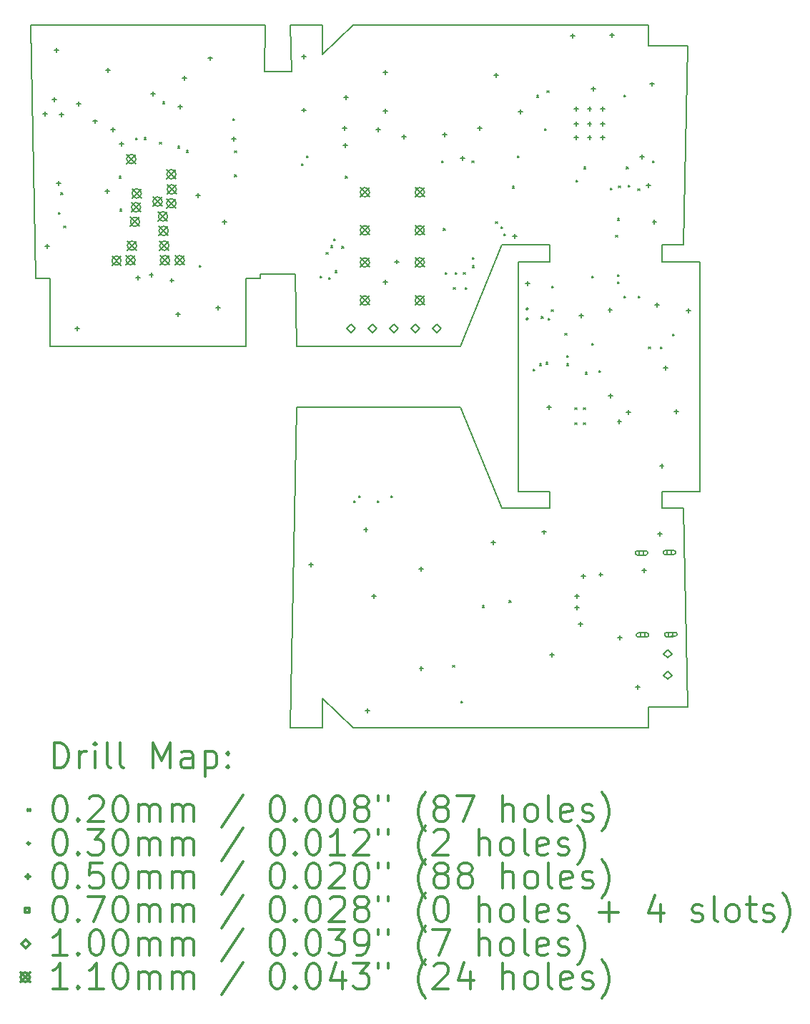
<source format=gbr>
%FSLAX45Y45*%
G04 Gerber Fmt 4.5, Leading zero omitted, Abs format (unit mm)*
G04 Created by KiCad (PCBNEW 5.0.1+dfsg1-3) date Sun 09 Dec 2018 10:02:10 PM CST*
%MOMM*%
%LPD*%
G01*
G04 APERTURE LIST*
%ADD10C,0.150000*%
%ADD11C,0.200000*%
%ADD12C,0.300000*%
G04 APERTURE END LIST*
D10*
X13135000Y-8030000D02*
X13150000Y-8880000D01*
X12720000Y-8080000D02*
X12720000Y-8030000D01*
X12720000Y-8030000D02*
X13135000Y-8030000D01*
X12770000Y-5635000D02*
X12780000Y-5080000D01*
X13080000Y-5080000D02*
X13090000Y-5635000D01*
X17475000Y-10600000D02*
X17930000Y-10600000D01*
X17475000Y-10800000D02*
X17475000Y-10600000D01*
X17730000Y-10800000D02*
X17475000Y-10800000D01*
X16150000Y-10600000D02*
X15780000Y-10600000D01*
X16150000Y-10800000D02*
X16150000Y-10600000D01*
X15580000Y-10800000D02*
X16150000Y-10800000D01*
X16150000Y-7680000D02*
X15580000Y-7680000D01*
X16150000Y-7880000D02*
X16150000Y-7680000D01*
X15780000Y-7880000D02*
X16150000Y-7880000D01*
X17475000Y-7680000D02*
X17730000Y-7680000D01*
X17475000Y-7880000D02*
X17475000Y-7680000D01*
X17930000Y-7880000D02*
X17475000Y-7880000D01*
X13090000Y-5635000D02*
X12770000Y-5635000D01*
X11390000Y-5080000D02*
X10000000Y-5080000D01*
X15090000Y-9600000D02*
X15580000Y-10800000D01*
X13460000Y-13050000D02*
X13820000Y-13400000D01*
X17320000Y-13150000D02*
X17780000Y-13150000D01*
X13080000Y-13400000D02*
X13460000Y-13400000D01*
X17780000Y-13150000D02*
X17730000Y-10800000D01*
X13460000Y-13400000D02*
X13460000Y-13050000D01*
X13080000Y-13400000D02*
X13150000Y-9600000D01*
X13150000Y-9600000D02*
X15090000Y-9600000D01*
X17320000Y-13400000D02*
X17320000Y-13150000D01*
X13820000Y-13400000D02*
X17320000Y-13400000D01*
X17930000Y-7880000D02*
X17930000Y-10600000D01*
X15780000Y-7880000D02*
X15780000Y-10600000D01*
X17320000Y-5330000D02*
X17780000Y-5330000D01*
X17320000Y-5080000D02*
X17320000Y-5330000D01*
X13820000Y-5080000D02*
X17320000Y-5080000D01*
X13460000Y-5430000D02*
X13820000Y-5080000D01*
X13460000Y-5080000D02*
X13460000Y-5430000D01*
X13080000Y-5080000D02*
X13460000Y-5080000D01*
X15090000Y-8880000D02*
X15580000Y-7680000D01*
X13150000Y-8880000D02*
X15090000Y-8880000D01*
X17780000Y-5330000D02*
X17730000Y-7680000D01*
X12550000Y-8080000D02*
X12550000Y-8880000D01*
X12550000Y-8080000D02*
X12720000Y-8080000D01*
X11390000Y-8880000D02*
X12550000Y-8880000D01*
X10060088Y-8080000D02*
X10000088Y-5080000D01*
X10230088Y-8080000D02*
X10060088Y-8080000D01*
X10230088Y-8080000D02*
X10230088Y-8880000D01*
X11390000Y-5080000D02*
X12780000Y-5080000D01*
X11390088Y-8880000D02*
X10230088Y-8880000D01*
D11*
X10334244Y-7296937D02*
X10354244Y-7316937D01*
X10354244Y-7296937D02*
X10334244Y-7316937D01*
X10360000Y-7065000D02*
X10380000Y-7085000D01*
X10380000Y-7065000D02*
X10360000Y-7085000D01*
X10395000Y-7460000D02*
X10415000Y-7480000D01*
X10415000Y-7460000D02*
X10395000Y-7480000D01*
X11050000Y-6870000D02*
X11070000Y-6890000D01*
X11070000Y-6870000D02*
X11050000Y-6890000D01*
X11061909Y-7259410D02*
X11081909Y-7279410D01*
X11081909Y-7259410D02*
X11061909Y-7279410D01*
X11245000Y-6420000D02*
X11265000Y-6440000D01*
X11265000Y-6420000D02*
X11245000Y-6440000D01*
X11345000Y-6415000D02*
X11365000Y-6435000D01*
X11365000Y-6415000D02*
X11345000Y-6435000D01*
X11530000Y-6470000D02*
X11550000Y-6490000D01*
X11550000Y-6470000D02*
X11530000Y-6490000D01*
X11570000Y-5990000D02*
X11590000Y-6010000D01*
X11590000Y-5990000D02*
X11570000Y-6010000D01*
X11745000Y-6515000D02*
X11765000Y-6535000D01*
X11765000Y-6515000D02*
X11745000Y-6535000D01*
X11847501Y-6566450D02*
X11867501Y-6586450D01*
X11867501Y-6566450D02*
X11847501Y-6586450D01*
X12001604Y-7927393D02*
X12021604Y-7947393D01*
X12021604Y-7927393D02*
X12001604Y-7947393D01*
X12400000Y-6190000D02*
X12420000Y-6210000D01*
X12420000Y-6190000D02*
X12400000Y-6210000D01*
X12417501Y-6853409D02*
X12437501Y-6873409D01*
X12437501Y-6853409D02*
X12417501Y-6873409D01*
X12420000Y-6570000D02*
X12440000Y-6590000D01*
X12440000Y-6570000D02*
X12420000Y-6590000D01*
X13210000Y-6720000D02*
X13230000Y-6740000D01*
X13230000Y-6720000D02*
X13210000Y-6740000D01*
X13270000Y-6630000D02*
X13290000Y-6650000D01*
X13290000Y-6630000D02*
X13270000Y-6650000D01*
X13430000Y-8050000D02*
X13450000Y-8070000D01*
X13450000Y-8050000D02*
X13430000Y-8070000D01*
X13502238Y-7773219D02*
X13522238Y-7793219D01*
X13522238Y-7773219D02*
X13502238Y-7793219D01*
X13530000Y-8070000D02*
X13550000Y-8090000D01*
X13550000Y-8070000D02*
X13530000Y-8090000D01*
X13559739Y-7692015D02*
X13579739Y-7712015D01*
X13579739Y-7692015D02*
X13559739Y-7712015D01*
X13590000Y-7610000D02*
X13610000Y-7630000D01*
X13610000Y-7610000D02*
X13590000Y-7630000D01*
X13607501Y-7987501D02*
X13627501Y-8007501D01*
X13627501Y-7987501D02*
X13607501Y-8007501D01*
X13687501Y-7699158D02*
X13707501Y-7719158D01*
X13707501Y-7699158D02*
X13687501Y-7719158D01*
X13730000Y-6870000D02*
X13750000Y-6890000D01*
X13750000Y-6870000D02*
X13730000Y-6890000D01*
X13830000Y-10710000D02*
X13850000Y-10730000D01*
X13850000Y-10710000D02*
X13830000Y-10730000D01*
X13890000Y-10650000D02*
X13910000Y-10670000D01*
X13910000Y-10650000D02*
X13890000Y-10670000D01*
X14110000Y-10710000D02*
X14130000Y-10730000D01*
X14130000Y-10710000D02*
X14110000Y-10730000D01*
X14270000Y-10650000D02*
X14290000Y-10670000D01*
X14290000Y-10650000D02*
X14270000Y-10670000D01*
X14870000Y-6690000D02*
X14890000Y-6710000D01*
X14890000Y-6690000D02*
X14870000Y-6710000D01*
X14890000Y-7490000D02*
X14910000Y-7510000D01*
X14910000Y-7490000D02*
X14890000Y-7510000D01*
X14910000Y-8010000D02*
X14930000Y-8030000D01*
X14930000Y-8010000D02*
X14910000Y-8030000D01*
X15000000Y-12660000D02*
X15020000Y-12680000D01*
X15020000Y-12660000D02*
X15000000Y-12680000D01*
X15010000Y-8190000D02*
X15030000Y-8210000D01*
X15030000Y-8190000D02*
X15010000Y-8210000D01*
X15030000Y-8010000D02*
X15050000Y-8030000D01*
X15050000Y-8010000D02*
X15030000Y-8030000D01*
X15100000Y-13080000D02*
X15120000Y-13100000D01*
X15120000Y-13080000D02*
X15100000Y-13100000D01*
X15129341Y-8009341D02*
X15149341Y-8029341D01*
X15149341Y-8009341D02*
X15129341Y-8029341D01*
X15150000Y-8190000D02*
X15170000Y-8210000D01*
X15170000Y-8190000D02*
X15150000Y-8210000D01*
X15230000Y-6690000D02*
X15250000Y-6710000D01*
X15250000Y-6690000D02*
X15230000Y-6710000D01*
X15232499Y-7829341D02*
X15252499Y-7849341D01*
X15252499Y-7829341D02*
X15232499Y-7849341D01*
X15232499Y-7929726D02*
X15252499Y-7949726D01*
X15252499Y-7929726D02*
X15232499Y-7949726D01*
X15350000Y-11950000D02*
X15370000Y-11970000D01*
X15370000Y-11950000D02*
X15350000Y-11970000D01*
X15510000Y-7410000D02*
X15530000Y-7430000D01*
X15530000Y-7410000D02*
X15510000Y-7430000D01*
X15570000Y-7470000D02*
X15590000Y-7490000D01*
X15590000Y-7470000D02*
X15570000Y-7490000D01*
X15605000Y-7550000D02*
X15625000Y-7570000D01*
X15625000Y-7550000D02*
X15605000Y-7570000D01*
X15670000Y-11890000D02*
X15690000Y-11910000D01*
X15690000Y-11890000D02*
X15670000Y-11910000D01*
X15710000Y-6990000D02*
X15730000Y-7010000D01*
X15730000Y-6990000D02*
X15710000Y-7010000D01*
X15766580Y-6627583D02*
X15786580Y-6647583D01*
X15786580Y-6627583D02*
X15766580Y-6647583D01*
X15952500Y-9150000D02*
X15972500Y-9170000D01*
X15972500Y-9150000D02*
X15952500Y-9170000D01*
X15997310Y-5913776D02*
X16017310Y-5933776D01*
X16017310Y-5913776D02*
X15997310Y-5933776D01*
X16030000Y-9090000D02*
X16050000Y-9110000D01*
X16050000Y-9090000D02*
X16030000Y-9110000D01*
X16050000Y-8530000D02*
X16070000Y-8550000D01*
X16070000Y-8530000D02*
X16050000Y-8550000D01*
X16090000Y-6310000D02*
X16110000Y-6330000D01*
X16110000Y-6310000D02*
X16090000Y-6330000D01*
X16108085Y-9072598D02*
X16128085Y-9092598D01*
X16128085Y-9072598D02*
X16108085Y-9092598D01*
X16119641Y-5860001D02*
X16139641Y-5880001D01*
X16139641Y-5860001D02*
X16119641Y-5880001D01*
X16130000Y-8550000D02*
X16150000Y-8570000D01*
X16150000Y-8550000D02*
X16130000Y-8570000D01*
X16170000Y-8450000D02*
X16190000Y-8470000D01*
X16190000Y-8450000D02*
X16170000Y-8470000D01*
X16175000Y-8170000D02*
X16195000Y-8190000D01*
X16195000Y-8170000D02*
X16175000Y-8190000D01*
X16330000Y-8730000D02*
X16350000Y-8750000D01*
X16350000Y-8730000D02*
X16330000Y-8750000D01*
X16350000Y-8990000D02*
X16370000Y-9010000D01*
X16370000Y-8990000D02*
X16350000Y-9010000D01*
X16350000Y-9090000D02*
X16370000Y-9110000D01*
X16370000Y-9090000D02*
X16350000Y-9110000D01*
X16450000Y-9610000D02*
X16470000Y-9630000D01*
X16470000Y-9610000D02*
X16450000Y-9630000D01*
X16450000Y-9790000D02*
X16470000Y-9810000D01*
X16470000Y-9790000D02*
X16450000Y-9810000D01*
X16460502Y-6919498D02*
X16480502Y-6939498D01*
X16480502Y-6919498D02*
X16460502Y-6939498D01*
X16550000Y-9610000D02*
X16570000Y-9630000D01*
X16570000Y-9610000D02*
X16550000Y-9630000D01*
X16550000Y-9790000D02*
X16570000Y-9810000D01*
X16570000Y-9790000D02*
X16550000Y-9810000D01*
X16552173Y-6759999D02*
X16572173Y-6779999D01*
X16572173Y-6759999D02*
X16552173Y-6779999D01*
X16570000Y-9190000D02*
X16590000Y-9210000D01*
X16590000Y-9190000D02*
X16570000Y-9210000D01*
X16650000Y-8050000D02*
X16670000Y-8070000D01*
X16670000Y-8050000D02*
X16650000Y-8070000D01*
X16650000Y-8850000D02*
X16670000Y-8870000D01*
X16670000Y-8850000D02*
X16650000Y-8870000D01*
X16730000Y-9170000D02*
X16750000Y-9190000D01*
X16750000Y-9170000D02*
X16730000Y-9190000D01*
X16870000Y-7010000D02*
X16890000Y-7030000D01*
X16890000Y-7010000D02*
X16870000Y-7030000D01*
X16930000Y-7570000D02*
X16950000Y-7590000D01*
X16950000Y-7570000D02*
X16930000Y-7590000D01*
X16950000Y-7370000D02*
X16970000Y-7390000D01*
X16970000Y-7370000D02*
X16950000Y-7390000D01*
X16950000Y-8037501D02*
X16970000Y-8057501D01*
X16970000Y-8037501D02*
X16950000Y-8057501D01*
X16950000Y-8120000D02*
X16970000Y-8140000D01*
X16970000Y-8120000D02*
X16950000Y-8140000D01*
X16965036Y-6986998D02*
X16985036Y-7006998D01*
X16985036Y-6986998D02*
X16965036Y-7006998D01*
X17030000Y-5910000D02*
X17050000Y-5930000D01*
X17050000Y-5910000D02*
X17030000Y-5930000D01*
X17030000Y-8290000D02*
X17050000Y-8310000D01*
X17050000Y-8290000D02*
X17030000Y-8310000D01*
X17058911Y-6759999D02*
X17078911Y-6779999D01*
X17078911Y-6759999D02*
X17058911Y-6779999D01*
X17080038Y-6979288D02*
X17100038Y-6999288D01*
X17100038Y-6979288D02*
X17080038Y-6999288D01*
X17192613Y-7019952D02*
X17212613Y-7039952D01*
X17212613Y-7019952D02*
X17192613Y-7039952D01*
X17199999Y-8290000D02*
X17219999Y-8310000D01*
X17219999Y-8290000D02*
X17199999Y-8310000D01*
X17320000Y-8890000D02*
X17340000Y-8910000D01*
X17340000Y-8890000D02*
X17320000Y-8910000D01*
X17369999Y-6690000D02*
X17389999Y-6710000D01*
X17389999Y-6690000D02*
X17369999Y-6710000D01*
X17460000Y-8890000D02*
X17480000Y-8910000D01*
X17480000Y-8890000D02*
X17460000Y-8910000D01*
X17602499Y-8740000D02*
X17622499Y-8760000D01*
X17622499Y-8740000D02*
X17602499Y-8760000D01*
X15895000Y-8440000D02*
G75*
G03X15895000Y-8440000I-15000J0D01*
G01*
X15895000Y-8560000D02*
G75*
G03X15895000Y-8560000I-15000J0D01*
G01*
X10175000Y-6105000D02*
X10175000Y-6155000D01*
X10150000Y-6130000D02*
X10200000Y-6130000D01*
X10200000Y-7670000D02*
X10200000Y-7720000D01*
X10175000Y-7695000D02*
X10225000Y-7695000D01*
X10280000Y-5935000D02*
X10280000Y-5985000D01*
X10255000Y-5960000D02*
X10305000Y-5960000D01*
X10310000Y-5350000D02*
X10310000Y-5400000D01*
X10285000Y-5375000D02*
X10335000Y-5375000D01*
X10336933Y-6930387D02*
X10336933Y-6980387D01*
X10311933Y-6955387D02*
X10361933Y-6955387D01*
X10370000Y-6115000D02*
X10370000Y-6165000D01*
X10345000Y-6140000D02*
X10395000Y-6140000D01*
X10550000Y-8645000D02*
X10550000Y-8695000D01*
X10525000Y-8670000D02*
X10575000Y-8670000D01*
X10572284Y-5987284D02*
X10572284Y-6037284D01*
X10547284Y-6012284D02*
X10597284Y-6012284D01*
X10766311Y-6194999D02*
X10766311Y-6244999D01*
X10741311Y-6219999D02*
X10791311Y-6219999D01*
X10909764Y-7022493D02*
X10909764Y-7072493D01*
X10884764Y-7047493D02*
X10934764Y-7047493D01*
X10920000Y-5590000D02*
X10920000Y-5640000D01*
X10895000Y-5615000D02*
X10945000Y-5615000D01*
X10980000Y-6295000D02*
X10980000Y-6345000D01*
X10955000Y-6320000D02*
X11005000Y-6320000D01*
X11080001Y-6462494D02*
X11080001Y-6512494D01*
X11055001Y-6487494D02*
X11105001Y-6487494D01*
X11270000Y-8045000D02*
X11270000Y-8095000D01*
X11245000Y-8070000D02*
X11295000Y-8070000D01*
X11430000Y-8012501D02*
X11430000Y-8062501D01*
X11405000Y-8037501D02*
X11455000Y-8037501D01*
X11450000Y-5870000D02*
X11450000Y-5920000D01*
X11425000Y-5895000D02*
X11475000Y-5895000D01*
X11675000Y-8075000D02*
X11675000Y-8125000D01*
X11650000Y-8100000D02*
X11700000Y-8100000D01*
X11749998Y-8475000D02*
X11749998Y-8525000D01*
X11724998Y-8500000D02*
X11774998Y-8500000D01*
X11775000Y-6025000D02*
X11775000Y-6075000D01*
X11750000Y-6050000D02*
X11800000Y-6050000D01*
X11825000Y-5685000D02*
X11825000Y-5735000D01*
X11800000Y-5710000D02*
X11850000Y-5710000D01*
X11982502Y-7068901D02*
X11982502Y-7118901D01*
X11957502Y-7093901D02*
X12007502Y-7093901D01*
X12130000Y-5450000D02*
X12130000Y-5500000D01*
X12105000Y-5475000D02*
X12155000Y-5475000D01*
X12220000Y-8400000D02*
X12220000Y-8450000D01*
X12195000Y-8425000D02*
X12245000Y-8425000D01*
X12295372Y-7387128D02*
X12295372Y-7437128D01*
X12270372Y-7412128D02*
X12320372Y-7412128D01*
X12406881Y-6399290D02*
X12406881Y-6449290D01*
X12381881Y-6424290D02*
X12431881Y-6424290D01*
X13235000Y-5430000D02*
X13235000Y-5480000D01*
X13210000Y-5455000D02*
X13260000Y-5455000D01*
X13240000Y-6060000D02*
X13240000Y-6110000D01*
X13215000Y-6085000D02*
X13265000Y-6085000D01*
X13325000Y-11440000D02*
X13325000Y-11490000D01*
X13300000Y-11465000D02*
X13350000Y-11465000D01*
X13722881Y-6273243D02*
X13722881Y-6323243D01*
X13697881Y-6298243D02*
X13747881Y-6298243D01*
X13728590Y-6482279D02*
X13728590Y-6532279D01*
X13703590Y-6507279D02*
X13753590Y-6507279D01*
X13740000Y-5915000D02*
X13740000Y-5965000D01*
X13715000Y-5940000D02*
X13765000Y-5940000D01*
X13970000Y-11025000D02*
X13970000Y-11075000D01*
X13945000Y-11050000D02*
X13995000Y-11050000D01*
X13990000Y-13165000D02*
X13990000Y-13215000D01*
X13965000Y-13190000D02*
X14015000Y-13190000D01*
X14065546Y-11810438D02*
X14065546Y-11860438D01*
X14040546Y-11835438D02*
X14090546Y-11835438D01*
X14120000Y-6295000D02*
X14120000Y-6345000D01*
X14095000Y-6320000D02*
X14145000Y-6320000D01*
X14200000Y-5615000D02*
X14200000Y-5665000D01*
X14175000Y-5640000D02*
X14225000Y-5640000D01*
X14200000Y-6075000D02*
X14200000Y-6125000D01*
X14175000Y-6100000D02*
X14225000Y-6100000D01*
X14200000Y-8095000D02*
X14200000Y-8145000D01*
X14175000Y-8120000D02*
X14225000Y-8120000D01*
X14340000Y-7855000D02*
X14340000Y-7905000D01*
X14315000Y-7880000D02*
X14365000Y-7880000D01*
X14420000Y-6375000D02*
X14420000Y-6425000D01*
X14395000Y-6400000D02*
X14445000Y-6400000D01*
X14625546Y-11490438D02*
X14625546Y-11540438D01*
X14600546Y-11515438D02*
X14650546Y-11515438D01*
X14630000Y-12665000D02*
X14630000Y-12715000D01*
X14605000Y-12690000D02*
X14655000Y-12690000D01*
X14906873Y-6351372D02*
X14906873Y-6401372D01*
X14881873Y-6376372D02*
X14931873Y-6376372D01*
X15120000Y-6635000D02*
X15120000Y-6685000D01*
X15095000Y-6660000D02*
X15145000Y-6660000D01*
X15320000Y-6275000D02*
X15320000Y-6325000D01*
X15295000Y-6300000D02*
X15345000Y-6300000D01*
X15480000Y-11175000D02*
X15480000Y-11225000D01*
X15455000Y-11200000D02*
X15505000Y-11200000D01*
X15512302Y-5646494D02*
X15512302Y-5696494D01*
X15487302Y-5671494D02*
X15537302Y-5671494D01*
X15732000Y-7555536D02*
X15732000Y-7605536D01*
X15707000Y-7580536D02*
X15757000Y-7580536D01*
X15800000Y-6078778D02*
X15800000Y-6128778D01*
X15775000Y-6103778D02*
X15825000Y-6103778D01*
X15885000Y-8110000D02*
X15885000Y-8160000D01*
X15860000Y-8135000D02*
X15910000Y-8135000D01*
X16080000Y-11055000D02*
X16080000Y-11105000D01*
X16055000Y-11080000D02*
X16105000Y-11080000D01*
X16140000Y-9575000D02*
X16140000Y-9625000D01*
X16115000Y-9600000D02*
X16165000Y-9600000D01*
X16175000Y-12510000D02*
X16175000Y-12560000D01*
X16150000Y-12535000D02*
X16200000Y-12535000D01*
X16420000Y-5185000D02*
X16420000Y-5235000D01*
X16395000Y-5210000D02*
X16445000Y-5210000D01*
X16460000Y-6045000D02*
X16460000Y-6095000D01*
X16435000Y-6070000D02*
X16485000Y-6070000D01*
X16460000Y-6225000D02*
X16460000Y-6275000D01*
X16435000Y-6250000D02*
X16485000Y-6250000D01*
X16460000Y-6385000D02*
X16460000Y-6435000D01*
X16435000Y-6410000D02*
X16485000Y-6410000D01*
X16475000Y-11815000D02*
X16475000Y-11865000D01*
X16450000Y-11840000D02*
X16500000Y-11840000D01*
X16475000Y-11945000D02*
X16475000Y-11995000D01*
X16450000Y-11970000D02*
X16500000Y-11970000D01*
X16515000Y-12145000D02*
X16515000Y-12195000D01*
X16490000Y-12170000D02*
X16540000Y-12170000D01*
X16525001Y-8495660D02*
X16525001Y-8545660D01*
X16500001Y-8520660D02*
X16550001Y-8520660D01*
X16545000Y-11575000D02*
X16545000Y-11625000D01*
X16520000Y-11600000D02*
X16570000Y-11600000D01*
X16620000Y-6045000D02*
X16620000Y-6095000D01*
X16595000Y-6070000D02*
X16645000Y-6070000D01*
X16620000Y-6225000D02*
X16620000Y-6275000D01*
X16595000Y-6250000D02*
X16645000Y-6250000D01*
X16620000Y-6385000D02*
X16620000Y-6435000D01*
X16595000Y-6410000D02*
X16645000Y-6410000D01*
X16666638Y-5807499D02*
X16666638Y-5857499D01*
X16641638Y-5832499D02*
X16691638Y-5832499D01*
X16755000Y-11555000D02*
X16755000Y-11605000D01*
X16730000Y-11580000D02*
X16780000Y-11580000D01*
X16780000Y-6045000D02*
X16780000Y-6095000D01*
X16755000Y-6070000D02*
X16805000Y-6070000D01*
X16780000Y-6225000D02*
X16780000Y-6275000D01*
X16755000Y-6250000D02*
X16805000Y-6250000D01*
X16780000Y-6385000D02*
X16780000Y-6435000D01*
X16755000Y-6410000D02*
X16805000Y-6410000D01*
X16865000Y-8425000D02*
X16865000Y-8475000D01*
X16840000Y-8450000D02*
X16890000Y-8450000D01*
X16871596Y-9439659D02*
X16871596Y-9489659D01*
X16846596Y-9464659D02*
X16896596Y-9464659D01*
X16890000Y-5175000D02*
X16890000Y-5225000D01*
X16865000Y-5200000D02*
X16915000Y-5200000D01*
X16975000Y-9750000D02*
X16975000Y-9800000D01*
X16950000Y-9775000D02*
X17000000Y-9775000D01*
X16980000Y-12305000D02*
X16980000Y-12355000D01*
X16955000Y-12330000D02*
X17005000Y-12330000D01*
X17080000Y-9635000D02*
X17080000Y-9685000D01*
X17055000Y-9660000D02*
X17105000Y-9660000D01*
X17190000Y-12885000D02*
X17190000Y-12935000D01*
X17165000Y-12910000D02*
X17215000Y-12910000D01*
X17240000Y-6615000D02*
X17240000Y-6665000D01*
X17215000Y-6640000D02*
X17265000Y-6640000D01*
X17270000Y-11505000D02*
X17270000Y-11555000D01*
X17245000Y-11530000D02*
X17295000Y-11530000D01*
X17314998Y-6955000D02*
X17314998Y-7005000D01*
X17289998Y-6980000D02*
X17339998Y-6980000D01*
X17360000Y-5755000D02*
X17360000Y-5805000D01*
X17335000Y-5780000D02*
X17385000Y-5780000D01*
X17390000Y-7385000D02*
X17390000Y-7435000D01*
X17365000Y-7410000D02*
X17415000Y-7410000D01*
X17420001Y-8365000D02*
X17420001Y-8415000D01*
X17395001Y-8390000D02*
X17445001Y-8390000D01*
X17450000Y-11075000D02*
X17450000Y-11125000D01*
X17425000Y-11100000D02*
X17475000Y-11100000D01*
X17475000Y-10275000D02*
X17475000Y-10325000D01*
X17450000Y-10300000D02*
X17500000Y-10300000D01*
X17520000Y-9115000D02*
X17520000Y-9165000D01*
X17495000Y-9140000D02*
X17545000Y-9140000D01*
X17650000Y-9625000D02*
X17650000Y-9675000D01*
X17625000Y-9650000D02*
X17675000Y-9650000D01*
X17790000Y-8435000D02*
X17790000Y-8485000D01*
X17765000Y-8460000D02*
X17815000Y-8460000D01*
X17261308Y-11352528D02*
X17261308Y-11303030D01*
X17211810Y-11303030D01*
X17211810Y-11352528D01*
X17261308Y-11352528D01*
X17187003Y-11353648D02*
X17286988Y-11351903D01*
X17186131Y-11303655D02*
X17286115Y-11301910D01*
X17286988Y-11351903D02*
G75*
G03X17286115Y-11301910I-436J24996D01*
G01*
X17186131Y-11303655D02*
G75*
G03X17187003Y-11353648I436J-24996D01*
G01*
X17273238Y-12322467D02*
X17273238Y-12272969D01*
X17223740Y-12272969D01*
X17223740Y-12322467D01*
X17273238Y-12322467D01*
X17198933Y-12323587D02*
X17298918Y-12321842D01*
X17198060Y-12273595D02*
X17298045Y-12271850D01*
X17298918Y-12321842D02*
G75*
G03X17298045Y-12271850I-436J24996D01*
G01*
X17198060Y-12273595D02*
G75*
G03X17198933Y-12323587I436J-24996D01*
G01*
X17591258Y-11346769D02*
X17591258Y-11297271D01*
X17541760Y-11297271D01*
X17541760Y-11346769D01*
X17591258Y-11346769D01*
X17516953Y-11347888D02*
X17616938Y-11346143D01*
X17516080Y-11297896D02*
X17616065Y-11296151D01*
X17616938Y-11346143D02*
G75*
G03X17616065Y-11296151I-436J24996D01*
G01*
X17516080Y-11297896D02*
G75*
G03X17516953Y-11347888I436J-24996D01*
G01*
X17608187Y-12316621D02*
X17608187Y-12267123D01*
X17558689Y-12267123D01*
X17558689Y-12316621D01*
X17608187Y-12316621D01*
X17533882Y-12317741D02*
X17633867Y-12315996D01*
X17533009Y-12267748D02*
X17632994Y-12266003D01*
X17633867Y-12315996D02*
G75*
G03X17632994Y-12266003I-436J24996D01*
G01*
X17533009Y-12267748D02*
G75*
G03X17533882Y-12317741I436J-24996D01*
G01*
X17550000Y-12570000D02*
X17600000Y-12520000D01*
X17550000Y-12470000D01*
X17500000Y-12520000D01*
X17550000Y-12570000D01*
X17550000Y-12824000D02*
X17600000Y-12774000D01*
X17550000Y-12724000D01*
X17500000Y-12774000D01*
X17550000Y-12824000D01*
X13794000Y-8720000D02*
X13844000Y-8670000D01*
X13794000Y-8620000D01*
X13744000Y-8670000D01*
X13794000Y-8720000D01*
X14048000Y-8720000D02*
X14098000Y-8670000D01*
X14048000Y-8620000D01*
X13998000Y-8670000D01*
X14048000Y-8720000D01*
X14302000Y-8720000D02*
X14352000Y-8670000D01*
X14302000Y-8620000D01*
X14252000Y-8670000D01*
X14302000Y-8720000D01*
X14556000Y-8720000D02*
X14606000Y-8670000D01*
X14556000Y-8620000D01*
X14506000Y-8670000D01*
X14556000Y-8720000D01*
X14810000Y-8720000D02*
X14860000Y-8670000D01*
X14810000Y-8620000D01*
X14760000Y-8670000D01*
X14810000Y-8720000D01*
X13905000Y-7835000D02*
X14015000Y-7945000D01*
X14015000Y-7835000D02*
X13905000Y-7945000D01*
X14015000Y-7890000D02*
G75*
G03X14015000Y-7890000I-55000J0D01*
G01*
X13905000Y-8285000D02*
X14015000Y-8395000D01*
X14015000Y-8285000D02*
X13905000Y-8395000D01*
X14015000Y-8340000D02*
G75*
G03X14015000Y-8340000I-55000J0D01*
G01*
X14555000Y-7835000D02*
X14665000Y-7945000D01*
X14665000Y-7835000D02*
X14555000Y-7945000D01*
X14665000Y-7890000D02*
G75*
G03X14665000Y-7890000I-55000J0D01*
G01*
X14555000Y-8285000D02*
X14665000Y-8395000D01*
X14665000Y-8285000D02*
X14555000Y-8395000D01*
X14665000Y-8340000D02*
G75*
G03X14665000Y-8340000I-55000J0D01*
G01*
X13905000Y-7005000D02*
X14015000Y-7115000D01*
X14015000Y-7005000D02*
X13905000Y-7115000D01*
X14015000Y-7060000D02*
G75*
G03X14015000Y-7060000I-55000J0D01*
G01*
X13905000Y-7455000D02*
X14015000Y-7565000D01*
X14015000Y-7455000D02*
X13905000Y-7565000D01*
X14015000Y-7510000D02*
G75*
G03X14015000Y-7510000I-55000J0D01*
G01*
X14555000Y-7005000D02*
X14665000Y-7115000D01*
X14665000Y-7005000D02*
X14555000Y-7115000D01*
X14665000Y-7060000D02*
G75*
G03X14665000Y-7060000I-55000J0D01*
G01*
X14555000Y-7455000D02*
X14665000Y-7565000D01*
X14665000Y-7455000D02*
X14555000Y-7565000D01*
X14665000Y-7510000D02*
G75*
G03X14665000Y-7510000I-55000J0D01*
G01*
X10964000Y-7813000D02*
X11074000Y-7923000D01*
X11074000Y-7813000D02*
X10964000Y-7923000D01*
X11074000Y-7868000D02*
G75*
G03X11074000Y-7868000I-55000J0D01*
G01*
X11131000Y-7809000D02*
X11241000Y-7919000D01*
X11241000Y-7809000D02*
X11131000Y-7919000D01*
X11241000Y-7864000D02*
G75*
G03X11241000Y-7864000I-55000J0D01*
G01*
X11139000Y-6612000D02*
X11249000Y-6722000D01*
X11249000Y-6612000D02*
X11139000Y-6722000D01*
X11249000Y-6667000D02*
G75*
G03X11249000Y-6667000I-55000J0D01*
G01*
X11147000Y-7637000D02*
X11257000Y-7747000D01*
X11257000Y-7637000D02*
X11147000Y-7747000D01*
X11257000Y-7692000D02*
G75*
G03X11257000Y-7692000I-55000J0D01*
G01*
X11183000Y-7354000D02*
X11293000Y-7464000D01*
X11293000Y-7354000D02*
X11183000Y-7464000D01*
X11293000Y-7409000D02*
G75*
G03X11293000Y-7409000I-55000J0D01*
G01*
X11195000Y-7183000D02*
X11305000Y-7293000D01*
X11305000Y-7183000D02*
X11195000Y-7293000D01*
X11305000Y-7238000D02*
G75*
G03X11305000Y-7238000I-55000J0D01*
G01*
X11203000Y-7019000D02*
X11313000Y-7129000D01*
X11313000Y-7019000D02*
X11203000Y-7129000D01*
X11313000Y-7074000D02*
G75*
G03X11313000Y-7074000I-55000J0D01*
G01*
X11450000Y-7115000D02*
X11560000Y-7225000D01*
X11560000Y-7115000D02*
X11450000Y-7225000D01*
X11560000Y-7170000D02*
G75*
G03X11560000Y-7170000I-55000J0D01*
G01*
X11514000Y-7290000D02*
X11624000Y-7400000D01*
X11624000Y-7290000D02*
X11514000Y-7400000D01*
X11624000Y-7345000D02*
G75*
G03X11624000Y-7345000I-55000J0D01*
G01*
X11522000Y-7462000D02*
X11632000Y-7572000D01*
X11632000Y-7462000D02*
X11522000Y-7572000D01*
X11632000Y-7517000D02*
G75*
G03X11632000Y-7517000I-55000J0D01*
G01*
X11530000Y-7637000D02*
X11640000Y-7747000D01*
X11640000Y-7637000D02*
X11530000Y-7747000D01*
X11640000Y-7692000D02*
G75*
G03X11640000Y-7692000I-55000J0D01*
G01*
X11538000Y-7809000D02*
X11648000Y-7919000D01*
X11648000Y-7809000D02*
X11538000Y-7919000D01*
X11648000Y-7864000D02*
G75*
G03X11648000Y-7864000I-55000J0D01*
G01*
X11614000Y-6792000D02*
X11724000Y-6902000D01*
X11724000Y-6792000D02*
X11614000Y-6902000D01*
X11724000Y-6847000D02*
G75*
G03X11724000Y-6847000I-55000J0D01*
G01*
X11614000Y-7135000D02*
X11724000Y-7245000D01*
X11724000Y-7135000D02*
X11614000Y-7245000D01*
X11724000Y-7190000D02*
G75*
G03X11724000Y-7190000I-55000J0D01*
G01*
X11618000Y-6971000D02*
X11728000Y-7081000D01*
X11728000Y-6971000D02*
X11618000Y-7081000D01*
X11728000Y-7026000D02*
G75*
G03X11728000Y-7026000I-55000J0D01*
G01*
X11713000Y-7809000D02*
X11823000Y-7919000D01*
X11823000Y-7809000D02*
X11713000Y-7919000D01*
X11823000Y-7864000D02*
G75*
G03X11823000Y-7864000I-55000J0D01*
G01*
D12*
X10278928Y-13873214D02*
X10278928Y-13573214D01*
X10350357Y-13573214D01*
X10393214Y-13587500D01*
X10421786Y-13616071D01*
X10436071Y-13644643D01*
X10450357Y-13701786D01*
X10450357Y-13744643D01*
X10436071Y-13801786D01*
X10421786Y-13830357D01*
X10393214Y-13858929D01*
X10350357Y-13873214D01*
X10278928Y-13873214D01*
X10578928Y-13873214D02*
X10578928Y-13673214D01*
X10578928Y-13730357D02*
X10593214Y-13701786D01*
X10607500Y-13687500D01*
X10636071Y-13673214D01*
X10664643Y-13673214D01*
X10764643Y-13873214D02*
X10764643Y-13673214D01*
X10764643Y-13573214D02*
X10750357Y-13587500D01*
X10764643Y-13601786D01*
X10778928Y-13587500D01*
X10764643Y-13573214D01*
X10764643Y-13601786D01*
X10950357Y-13873214D02*
X10921786Y-13858929D01*
X10907500Y-13830357D01*
X10907500Y-13573214D01*
X11107500Y-13873214D02*
X11078928Y-13858929D01*
X11064643Y-13830357D01*
X11064643Y-13573214D01*
X11450357Y-13873214D02*
X11450357Y-13573214D01*
X11550357Y-13787500D01*
X11650357Y-13573214D01*
X11650357Y-13873214D01*
X11921786Y-13873214D02*
X11921786Y-13716071D01*
X11907500Y-13687500D01*
X11878928Y-13673214D01*
X11821786Y-13673214D01*
X11793214Y-13687500D01*
X11921786Y-13858929D02*
X11893214Y-13873214D01*
X11821786Y-13873214D01*
X11793214Y-13858929D01*
X11778928Y-13830357D01*
X11778928Y-13801786D01*
X11793214Y-13773214D01*
X11821786Y-13758929D01*
X11893214Y-13758929D01*
X11921786Y-13744643D01*
X12064643Y-13673214D02*
X12064643Y-13973214D01*
X12064643Y-13687500D02*
X12093214Y-13673214D01*
X12150357Y-13673214D01*
X12178928Y-13687500D01*
X12193214Y-13701786D01*
X12207500Y-13730357D01*
X12207500Y-13816071D01*
X12193214Y-13844643D01*
X12178928Y-13858929D01*
X12150357Y-13873214D01*
X12093214Y-13873214D01*
X12064643Y-13858929D01*
X12336071Y-13844643D02*
X12350357Y-13858929D01*
X12336071Y-13873214D01*
X12321786Y-13858929D01*
X12336071Y-13844643D01*
X12336071Y-13873214D01*
X12336071Y-13687500D02*
X12350357Y-13701786D01*
X12336071Y-13716071D01*
X12321786Y-13701786D01*
X12336071Y-13687500D01*
X12336071Y-13716071D01*
X9972500Y-14357500D02*
X9992500Y-14377500D01*
X9992500Y-14357500D02*
X9972500Y-14377500D01*
X10336071Y-14203214D02*
X10364643Y-14203214D01*
X10393214Y-14217500D01*
X10407500Y-14231786D01*
X10421786Y-14260357D01*
X10436071Y-14317500D01*
X10436071Y-14388929D01*
X10421786Y-14446071D01*
X10407500Y-14474643D01*
X10393214Y-14488929D01*
X10364643Y-14503214D01*
X10336071Y-14503214D01*
X10307500Y-14488929D01*
X10293214Y-14474643D01*
X10278928Y-14446071D01*
X10264643Y-14388929D01*
X10264643Y-14317500D01*
X10278928Y-14260357D01*
X10293214Y-14231786D01*
X10307500Y-14217500D01*
X10336071Y-14203214D01*
X10564643Y-14474643D02*
X10578928Y-14488929D01*
X10564643Y-14503214D01*
X10550357Y-14488929D01*
X10564643Y-14474643D01*
X10564643Y-14503214D01*
X10693214Y-14231786D02*
X10707500Y-14217500D01*
X10736071Y-14203214D01*
X10807500Y-14203214D01*
X10836071Y-14217500D01*
X10850357Y-14231786D01*
X10864643Y-14260357D01*
X10864643Y-14288929D01*
X10850357Y-14331786D01*
X10678928Y-14503214D01*
X10864643Y-14503214D01*
X11050357Y-14203214D02*
X11078928Y-14203214D01*
X11107500Y-14217500D01*
X11121786Y-14231786D01*
X11136071Y-14260357D01*
X11150357Y-14317500D01*
X11150357Y-14388929D01*
X11136071Y-14446071D01*
X11121786Y-14474643D01*
X11107500Y-14488929D01*
X11078928Y-14503214D01*
X11050357Y-14503214D01*
X11021786Y-14488929D01*
X11007500Y-14474643D01*
X10993214Y-14446071D01*
X10978928Y-14388929D01*
X10978928Y-14317500D01*
X10993214Y-14260357D01*
X11007500Y-14231786D01*
X11021786Y-14217500D01*
X11050357Y-14203214D01*
X11278928Y-14503214D02*
X11278928Y-14303214D01*
X11278928Y-14331786D02*
X11293214Y-14317500D01*
X11321786Y-14303214D01*
X11364643Y-14303214D01*
X11393214Y-14317500D01*
X11407500Y-14346071D01*
X11407500Y-14503214D01*
X11407500Y-14346071D02*
X11421786Y-14317500D01*
X11450357Y-14303214D01*
X11493214Y-14303214D01*
X11521786Y-14317500D01*
X11536071Y-14346071D01*
X11536071Y-14503214D01*
X11678928Y-14503214D02*
X11678928Y-14303214D01*
X11678928Y-14331786D02*
X11693214Y-14317500D01*
X11721786Y-14303214D01*
X11764643Y-14303214D01*
X11793214Y-14317500D01*
X11807500Y-14346071D01*
X11807500Y-14503214D01*
X11807500Y-14346071D02*
X11821786Y-14317500D01*
X11850357Y-14303214D01*
X11893214Y-14303214D01*
X11921786Y-14317500D01*
X11936071Y-14346071D01*
X11936071Y-14503214D01*
X12521786Y-14188929D02*
X12264643Y-14574643D01*
X12907500Y-14203214D02*
X12936071Y-14203214D01*
X12964643Y-14217500D01*
X12978928Y-14231786D01*
X12993214Y-14260357D01*
X13007500Y-14317500D01*
X13007500Y-14388929D01*
X12993214Y-14446071D01*
X12978928Y-14474643D01*
X12964643Y-14488929D01*
X12936071Y-14503214D01*
X12907500Y-14503214D01*
X12878928Y-14488929D01*
X12864643Y-14474643D01*
X12850357Y-14446071D01*
X12836071Y-14388929D01*
X12836071Y-14317500D01*
X12850357Y-14260357D01*
X12864643Y-14231786D01*
X12878928Y-14217500D01*
X12907500Y-14203214D01*
X13136071Y-14474643D02*
X13150357Y-14488929D01*
X13136071Y-14503214D01*
X13121786Y-14488929D01*
X13136071Y-14474643D01*
X13136071Y-14503214D01*
X13336071Y-14203214D02*
X13364643Y-14203214D01*
X13393214Y-14217500D01*
X13407500Y-14231786D01*
X13421786Y-14260357D01*
X13436071Y-14317500D01*
X13436071Y-14388929D01*
X13421786Y-14446071D01*
X13407500Y-14474643D01*
X13393214Y-14488929D01*
X13364643Y-14503214D01*
X13336071Y-14503214D01*
X13307500Y-14488929D01*
X13293214Y-14474643D01*
X13278928Y-14446071D01*
X13264643Y-14388929D01*
X13264643Y-14317500D01*
X13278928Y-14260357D01*
X13293214Y-14231786D01*
X13307500Y-14217500D01*
X13336071Y-14203214D01*
X13621786Y-14203214D02*
X13650357Y-14203214D01*
X13678928Y-14217500D01*
X13693214Y-14231786D01*
X13707500Y-14260357D01*
X13721786Y-14317500D01*
X13721786Y-14388929D01*
X13707500Y-14446071D01*
X13693214Y-14474643D01*
X13678928Y-14488929D01*
X13650357Y-14503214D01*
X13621786Y-14503214D01*
X13593214Y-14488929D01*
X13578928Y-14474643D01*
X13564643Y-14446071D01*
X13550357Y-14388929D01*
X13550357Y-14317500D01*
X13564643Y-14260357D01*
X13578928Y-14231786D01*
X13593214Y-14217500D01*
X13621786Y-14203214D01*
X13893214Y-14331786D02*
X13864643Y-14317500D01*
X13850357Y-14303214D01*
X13836071Y-14274643D01*
X13836071Y-14260357D01*
X13850357Y-14231786D01*
X13864643Y-14217500D01*
X13893214Y-14203214D01*
X13950357Y-14203214D01*
X13978928Y-14217500D01*
X13993214Y-14231786D01*
X14007500Y-14260357D01*
X14007500Y-14274643D01*
X13993214Y-14303214D01*
X13978928Y-14317500D01*
X13950357Y-14331786D01*
X13893214Y-14331786D01*
X13864643Y-14346071D01*
X13850357Y-14360357D01*
X13836071Y-14388929D01*
X13836071Y-14446071D01*
X13850357Y-14474643D01*
X13864643Y-14488929D01*
X13893214Y-14503214D01*
X13950357Y-14503214D01*
X13978928Y-14488929D01*
X13993214Y-14474643D01*
X14007500Y-14446071D01*
X14007500Y-14388929D01*
X13993214Y-14360357D01*
X13978928Y-14346071D01*
X13950357Y-14331786D01*
X14121786Y-14203214D02*
X14121786Y-14260357D01*
X14236071Y-14203214D02*
X14236071Y-14260357D01*
X14678928Y-14617500D02*
X14664643Y-14603214D01*
X14636071Y-14560357D01*
X14621786Y-14531786D01*
X14607500Y-14488929D01*
X14593214Y-14417500D01*
X14593214Y-14360357D01*
X14607500Y-14288929D01*
X14621786Y-14246071D01*
X14636071Y-14217500D01*
X14664643Y-14174643D01*
X14678928Y-14160357D01*
X14836071Y-14331786D02*
X14807500Y-14317500D01*
X14793214Y-14303214D01*
X14778928Y-14274643D01*
X14778928Y-14260357D01*
X14793214Y-14231786D01*
X14807500Y-14217500D01*
X14836071Y-14203214D01*
X14893214Y-14203214D01*
X14921786Y-14217500D01*
X14936071Y-14231786D01*
X14950357Y-14260357D01*
X14950357Y-14274643D01*
X14936071Y-14303214D01*
X14921786Y-14317500D01*
X14893214Y-14331786D01*
X14836071Y-14331786D01*
X14807500Y-14346071D01*
X14793214Y-14360357D01*
X14778928Y-14388929D01*
X14778928Y-14446071D01*
X14793214Y-14474643D01*
X14807500Y-14488929D01*
X14836071Y-14503214D01*
X14893214Y-14503214D01*
X14921786Y-14488929D01*
X14936071Y-14474643D01*
X14950357Y-14446071D01*
X14950357Y-14388929D01*
X14936071Y-14360357D01*
X14921786Y-14346071D01*
X14893214Y-14331786D01*
X15050357Y-14203214D02*
X15250357Y-14203214D01*
X15121786Y-14503214D01*
X15593214Y-14503214D02*
X15593214Y-14203214D01*
X15721786Y-14503214D02*
X15721786Y-14346071D01*
X15707500Y-14317500D01*
X15678928Y-14303214D01*
X15636071Y-14303214D01*
X15607500Y-14317500D01*
X15593214Y-14331786D01*
X15907500Y-14503214D02*
X15878928Y-14488929D01*
X15864643Y-14474643D01*
X15850357Y-14446071D01*
X15850357Y-14360357D01*
X15864643Y-14331786D01*
X15878928Y-14317500D01*
X15907500Y-14303214D01*
X15950357Y-14303214D01*
X15978928Y-14317500D01*
X15993214Y-14331786D01*
X16007500Y-14360357D01*
X16007500Y-14446071D01*
X15993214Y-14474643D01*
X15978928Y-14488929D01*
X15950357Y-14503214D01*
X15907500Y-14503214D01*
X16178928Y-14503214D02*
X16150357Y-14488929D01*
X16136071Y-14460357D01*
X16136071Y-14203214D01*
X16407500Y-14488929D02*
X16378928Y-14503214D01*
X16321786Y-14503214D01*
X16293214Y-14488929D01*
X16278928Y-14460357D01*
X16278928Y-14346071D01*
X16293214Y-14317500D01*
X16321786Y-14303214D01*
X16378928Y-14303214D01*
X16407500Y-14317500D01*
X16421786Y-14346071D01*
X16421786Y-14374643D01*
X16278928Y-14403214D01*
X16536071Y-14488929D02*
X16564643Y-14503214D01*
X16621786Y-14503214D01*
X16650357Y-14488929D01*
X16664643Y-14460357D01*
X16664643Y-14446071D01*
X16650357Y-14417500D01*
X16621786Y-14403214D01*
X16578928Y-14403214D01*
X16550357Y-14388929D01*
X16536071Y-14360357D01*
X16536071Y-14346071D01*
X16550357Y-14317500D01*
X16578928Y-14303214D01*
X16621786Y-14303214D01*
X16650357Y-14317500D01*
X16764643Y-14617500D02*
X16778928Y-14603214D01*
X16807500Y-14560357D01*
X16821786Y-14531786D01*
X16836071Y-14488929D01*
X16850357Y-14417500D01*
X16850357Y-14360357D01*
X16836071Y-14288929D01*
X16821786Y-14246071D01*
X16807500Y-14217500D01*
X16778928Y-14174643D01*
X16764643Y-14160357D01*
X9992500Y-14763500D02*
G75*
G03X9992500Y-14763500I-15000J0D01*
G01*
X10336071Y-14599214D02*
X10364643Y-14599214D01*
X10393214Y-14613500D01*
X10407500Y-14627786D01*
X10421786Y-14656357D01*
X10436071Y-14713500D01*
X10436071Y-14784929D01*
X10421786Y-14842071D01*
X10407500Y-14870643D01*
X10393214Y-14884929D01*
X10364643Y-14899214D01*
X10336071Y-14899214D01*
X10307500Y-14884929D01*
X10293214Y-14870643D01*
X10278928Y-14842071D01*
X10264643Y-14784929D01*
X10264643Y-14713500D01*
X10278928Y-14656357D01*
X10293214Y-14627786D01*
X10307500Y-14613500D01*
X10336071Y-14599214D01*
X10564643Y-14870643D02*
X10578928Y-14884929D01*
X10564643Y-14899214D01*
X10550357Y-14884929D01*
X10564643Y-14870643D01*
X10564643Y-14899214D01*
X10678928Y-14599214D02*
X10864643Y-14599214D01*
X10764643Y-14713500D01*
X10807500Y-14713500D01*
X10836071Y-14727786D01*
X10850357Y-14742071D01*
X10864643Y-14770643D01*
X10864643Y-14842071D01*
X10850357Y-14870643D01*
X10836071Y-14884929D01*
X10807500Y-14899214D01*
X10721786Y-14899214D01*
X10693214Y-14884929D01*
X10678928Y-14870643D01*
X11050357Y-14599214D02*
X11078928Y-14599214D01*
X11107500Y-14613500D01*
X11121786Y-14627786D01*
X11136071Y-14656357D01*
X11150357Y-14713500D01*
X11150357Y-14784929D01*
X11136071Y-14842071D01*
X11121786Y-14870643D01*
X11107500Y-14884929D01*
X11078928Y-14899214D01*
X11050357Y-14899214D01*
X11021786Y-14884929D01*
X11007500Y-14870643D01*
X10993214Y-14842071D01*
X10978928Y-14784929D01*
X10978928Y-14713500D01*
X10993214Y-14656357D01*
X11007500Y-14627786D01*
X11021786Y-14613500D01*
X11050357Y-14599214D01*
X11278928Y-14899214D02*
X11278928Y-14699214D01*
X11278928Y-14727786D02*
X11293214Y-14713500D01*
X11321786Y-14699214D01*
X11364643Y-14699214D01*
X11393214Y-14713500D01*
X11407500Y-14742071D01*
X11407500Y-14899214D01*
X11407500Y-14742071D02*
X11421786Y-14713500D01*
X11450357Y-14699214D01*
X11493214Y-14699214D01*
X11521786Y-14713500D01*
X11536071Y-14742071D01*
X11536071Y-14899214D01*
X11678928Y-14899214D02*
X11678928Y-14699214D01*
X11678928Y-14727786D02*
X11693214Y-14713500D01*
X11721786Y-14699214D01*
X11764643Y-14699214D01*
X11793214Y-14713500D01*
X11807500Y-14742071D01*
X11807500Y-14899214D01*
X11807500Y-14742071D02*
X11821786Y-14713500D01*
X11850357Y-14699214D01*
X11893214Y-14699214D01*
X11921786Y-14713500D01*
X11936071Y-14742071D01*
X11936071Y-14899214D01*
X12521786Y-14584929D02*
X12264643Y-14970643D01*
X12907500Y-14599214D02*
X12936071Y-14599214D01*
X12964643Y-14613500D01*
X12978928Y-14627786D01*
X12993214Y-14656357D01*
X13007500Y-14713500D01*
X13007500Y-14784929D01*
X12993214Y-14842071D01*
X12978928Y-14870643D01*
X12964643Y-14884929D01*
X12936071Y-14899214D01*
X12907500Y-14899214D01*
X12878928Y-14884929D01*
X12864643Y-14870643D01*
X12850357Y-14842071D01*
X12836071Y-14784929D01*
X12836071Y-14713500D01*
X12850357Y-14656357D01*
X12864643Y-14627786D01*
X12878928Y-14613500D01*
X12907500Y-14599214D01*
X13136071Y-14870643D02*
X13150357Y-14884929D01*
X13136071Y-14899214D01*
X13121786Y-14884929D01*
X13136071Y-14870643D01*
X13136071Y-14899214D01*
X13336071Y-14599214D02*
X13364643Y-14599214D01*
X13393214Y-14613500D01*
X13407500Y-14627786D01*
X13421786Y-14656357D01*
X13436071Y-14713500D01*
X13436071Y-14784929D01*
X13421786Y-14842071D01*
X13407500Y-14870643D01*
X13393214Y-14884929D01*
X13364643Y-14899214D01*
X13336071Y-14899214D01*
X13307500Y-14884929D01*
X13293214Y-14870643D01*
X13278928Y-14842071D01*
X13264643Y-14784929D01*
X13264643Y-14713500D01*
X13278928Y-14656357D01*
X13293214Y-14627786D01*
X13307500Y-14613500D01*
X13336071Y-14599214D01*
X13721786Y-14899214D02*
X13550357Y-14899214D01*
X13636071Y-14899214D02*
X13636071Y-14599214D01*
X13607500Y-14642071D01*
X13578928Y-14670643D01*
X13550357Y-14684929D01*
X13836071Y-14627786D02*
X13850357Y-14613500D01*
X13878928Y-14599214D01*
X13950357Y-14599214D01*
X13978928Y-14613500D01*
X13993214Y-14627786D01*
X14007500Y-14656357D01*
X14007500Y-14684929D01*
X13993214Y-14727786D01*
X13821786Y-14899214D01*
X14007500Y-14899214D01*
X14121786Y-14599214D02*
X14121786Y-14656357D01*
X14236071Y-14599214D02*
X14236071Y-14656357D01*
X14678928Y-15013500D02*
X14664643Y-14999214D01*
X14636071Y-14956357D01*
X14621786Y-14927786D01*
X14607500Y-14884929D01*
X14593214Y-14813500D01*
X14593214Y-14756357D01*
X14607500Y-14684929D01*
X14621786Y-14642071D01*
X14636071Y-14613500D01*
X14664643Y-14570643D01*
X14678928Y-14556357D01*
X14778928Y-14627786D02*
X14793214Y-14613500D01*
X14821786Y-14599214D01*
X14893214Y-14599214D01*
X14921786Y-14613500D01*
X14936071Y-14627786D01*
X14950357Y-14656357D01*
X14950357Y-14684929D01*
X14936071Y-14727786D01*
X14764643Y-14899214D01*
X14950357Y-14899214D01*
X15307500Y-14899214D02*
X15307500Y-14599214D01*
X15436071Y-14899214D02*
X15436071Y-14742071D01*
X15421786Y-14713500D01*
X15393214Y-14699214D01*
X15350357Y-14699214D01*
X15321786Y-14713500D01*
X15307500Y-14727786D01*
X15621786Y-14899214D02*
X15593214Y-14884929D01*
X15578928Y-14870643D01*
X15564643Y-14842071D01*
X15564643Y-14756357D01*
X15578928Y-14727786D01*
X15593214Y-14713500D01*
X15621786Y-14699214D01*
X15664643Y-14699214D01*
X15693214Y-14713500D01*
X15707500Y-14727786D01*
X15721786Y-14756357D01*
X15721786Y-14842071D01*
X15707500Y-14870643D01*
X15693214Y-14884929D01*
X15664643Y-14899214D01*
X15621786Y-14899214D01*
X15893214Y-14899214D02*
X15864643Y-14884929D01*
X15850357Y-14856357D01*
X15850357Y-14599214D01*
X16121786Y-14884929D02*
X16093214Y-14899214D01*
X16036071Y-14899214D01*
X16007500Y-14884929D01*
X15993214Y-14856357D01*
X15993214Y-14742071D01*
X16007500Y-14713500D01*
X16036071Y-14699214D01*
X16093214Y-14699214D01*
X16121786Y-14713500D01*
X16136071Y-14742071D01*
X16136071Y-14770643D01*
X15993214Y-14799214D01*
X16250357Y-14884929D02*
X16278928Y-14899214D01*
X16336071Y-14899214D01*
X16364643Y-14884929D01*
X16378928Y-14856357D01*
X16378928Y-14842071D01*
X16364643Y-14813500D01*
X16336071Y-14799214D01*
X16293214Y-14799214D01*
X16264643Y-14784929D01*
X16250357Y-14756357D01*
X16250357Y-14742071D01*
X16264643Y-14713500D01*
X16293214Y-14699214D01*
X16336071Y-14699214D01*
X16364643Y-14713500D01*
X16478928Y-15013500D02*
X16493214Y-14999214D01*
X16521786Y-14956357D01*
X16536071Y-14927786D01*
X16550357Y-14884929D01*
X16564643Y-14813500D01*
X16564643Y-14756357D01*
X16550357Y-14684929D01*
X16536071Y-14642071D01*
X16521786Y-14613500D01*
X16493214Y-14570643D01*
X16478928Y-14556357D01*
X9967500Y-15134500D02*
X9967500Y-15184500D01*
X9942500Y-15159500D02*
X9992500Y-15159500D01*
X10336071Y-14995214D02*
X10364643Y-14995214D01*
X10393214Y-15009500D01*
X10407500Y-15023786D01*
X10421786Y-15052357D01*
X10436071Y-15109500D01*
X10436071Y-15180929D01*
X10421786Y-15238071D01*
X10407500Y-15266643D01*
X10393214Y-15280929D01*
X10364643Y-15295214D01*
X10336071Y-15295214D01*
X10307500Y-15280929D01*
X10293214Y-15266643D01*
X10278928Y-15238071D01*
X10264643Y-15180929D01*
X10264643Y-15109500D01*
X10278928Y-15052357D01*
X10293214Y-15023786D01*
X10307500Y-15009500D01*
X10336071Y-14995214D01*
X10564643Y-15266643D02*
X10578928Y-15280929D01*
X10564643Y-15295214D01*
X10550357Y-15280929D01*
X10564643Y-15266643D01*
X10564643Y-15295214D01*
X10850357Y-14995214D02*
X10707500Y-14995214D01*
X10693214Y-15138071D01*
X10707500Y-15123786D01*
X10736071Y-15109500D01*
X10807500Y-15109500D01*
X10836071Y-15123786D01*
X10850357Y-15138071D01*
X10864643Y-15166643D01*
X10864643Y-15238071D01*
X10850357Y-15266643D01*
X10836071Y-15280929D01*
X10807500Y-15295214D01*
X10736071Y-15295214D01*
X10707500Y-15280929D01*
X10693214Y-15266643D01*
X11050357Y-14995214D02*
X11078928Y-14995214D01*
X11107500Y-15009500D01*
X11121786Y-15023786D01*
X11136071Y-15052357D01*
X11150357Y-15109500D01*
X11150357Y-15180929D01*
X11136071Y-15238071D01*
X11121786Y-15266643D01*
X11107500Y-15280929D01*
X11078928Y-15295214D01*
X11050357Y-15295214D01*
X11021786Y-15280929D01*
X11007500Y-15266643D01*
X10993214Y-15238071D01*
X10978928Y-15180929D01*
X10978928Y-15109500D01*
X10993214Y-15052357D01*
X11007500Y-15023786D01*
X11021786Y-15009500D01*
X11050357Y-14995214D01*
X11278928Y-15295214D02*
X11278928Y-15095214D01*
X11278928Y-15123786D02*
X11293214Y-15109500D01*
X11321786Y-15095214D01*
X11364643Y-15095214D01*
X11393214Y-15109500D01*
X11407500Y-15138071D01*
X11407500Y-15295214D01*
X11407500Y-15138071D02*
X11421786Y-15109500D01*
X11450357Y-15095214D01*
X11493214Y-15095214D01*
X11521786Y-15109500D01*
X11536071Y-15138071D01*
X11536071Y-15295214D01*
X11678928Y-15295214D02*
X11678928Y-15095214D01*
X11678928Y-15123786D02*
X11693214Y-15109500D01*
X11721786Y-15095214D01*
X11764643Y-15095214D01*
X11793214Y-15109500D01*
X11807500Y-15138071D01*
X11807500Y-15295214D01*
X11807500Y-15138071D02*
X11821786Y-15109500D01*
X11850357Y-15095214D01*
X11893214Y-15095214D01*
X11921786Y-15109500D01*
X11936071Y-15138071D01*
X11936071Y-15295214D01*
X12521786Y-14980929D02*
X12264643Y-15366643D01*
X12907500Y-14995214D02*
X12936071Y-14995214D01*
X12964643Y-15009500D01*
X12978928Y-15023786D01*
X12993214Y-15052357D01*
X13007500Y-15109500D01*
X13007500Y-15180929D01*
X12993214Y-15238071D01*
X12978928Y-15266643D01*
X12964643Y-15280929D01*
X12936071Y-15295214D01*
X12907500Y-15295214D01*
X12878928Y-15280929D01*
X12864643Y-15266643D01*
X12850357Y-15238071D01*
X12836071Y-15180929D01*
X12836071Y-15109500D01*
X12850357Y-15052357D01*
X12864643Y-15023786D01*
X12878928Y-15009500D01*
X12907500Y-14995214D01*
X13136071Y-15266643D02*
X13150357Y-15280929D01*
X13136071Y-15295214D01*
X13121786Y-15280929D01*
X13136071Y-15266643D01*
X13136071Y-15295214D01*
X13336071Y-14995214D02*
X13364643Y-14995214D01*
X13393214Y-15009500D01*
X13407500Y-15023786D01*
X13421786Y-15052357D01*
X13436071Y-15109500D01*
X13436071Y-15180929D01*
X13421786Y-15238071D01*
X13407500Y-15266643D01*
X13393214Y-15280929D01*
X13364643Y-15295214D01*
X13336071Y-15295214D01*
X13307500Y-15280929D01*
X13293214Y-15266643D01*
X13278928Y-15238071D01*
X13264643Y-15180929D01*
X13264643Y-15109500D01*
X13278928Y-15052357D01*
X13293214Y-15023786D01*
X13307500Y-15009500D01*
X13336071Y-14995214D01*
X13550357Y-15023786D02*
X13564643Y-15009500D01*
X13593214Y-14995214D01*
X13664643Y-14995214D01*
X13693214Y-15009500D01*
X13707500Y-15023786D01*
X13721786Y-15052357D01*
X13721786Y-15080929D01*
X13707500Y-15123786D01*
X13536071Y-15295214D01*
X13721786Y-15295214D01*
X13907500Y-14995214D02*
X13936071Y-14995214D01*
X13964643Y-15009500D01*
X13978928Y-15023786D01*
X13993214Y-15052357D01*
X14007500Y-15109500D01*
X14007500Y-15180929D01*
X13993214Y-15238071D01*
X13978928Y-15266643D01*
X13964643Y-15280929D01*
X13936071Y-15295214D01*
X13907500Y-15295214D01*
X13878928Y-15280929D01*
X13864643Y-15266643D01*
X13850357Y-15238071D01*
X13836071Y-15180929D01*
X13836071Y-15109500D01*
X13850357Y-15052357D01*
X13864643Y-15023786D01*
X13878928Y-15009500D01*
X13907500Y-14995214D01*
X14121786Y-14995214D02*
X14121786Y-15052357D01*
X14236071Y-14995214D02*
X14236071Y-15052357D01*
X14678928Y-15409500D02*
X14664643Y-15395214D01*
X14636071Y-15352357D01*
X14621786Y-15323786D01*
X14607500Y-15280929D01*
X14593214Y-15209500D01*
X14593214Y-15152357D01*
X14607500Y-15080929D01*
X14621786Y-15038071D01*
X14636071Y-15009500D01*
X14664643Y-14966643D01*
X14678928Y-14952357D01*
X14836071Y-15123786D02*
X14807500Y-15109500D01*
X14793214Y-15095214D01*
X14778928Y-15066643D01*
X14778928Y-15052357D01*
X14793214Y-15023786D01*
X14807500Y-15009500D01*
X14836071Y-14995214D01*
X14893214Y-14995214D01*
X14921786Y-15009500D01*
X14936071Y-15023786D01*
X14950357Y-15052357D01*
X14950357Y-15066643D01*
X14936071Y-15095214D01*
X14921786Y-15109500D01*
X14893214Y-15123786D01*
X14836071Y-15123786D01*
X14807500Y-15138071D01*
X14793214Y-15152357D01*
X14778928Y-15180929D01*
X14778928Y-15238071D01*
X14793214Y-15266643D01*
X14807500Y-15280929D01*
X14836071Y-15295214D01*
X14893214Y-15295214D01*
X14921786Y-15280929D01*
X14936071Y-15266643D01*
X14950357Y-15238071D01*
X14950357Y-15180929D01*
X14936071Y-15152357D01*
X14921786Y-15138071D01*
X14893214Y-15123786D01*
X15121786Y-15123786D02*
X15093214Y-15109500D01*
X15078928Y-15095214D01*
X15064643Y-15066643D01*
X15064643Y-15052357D01*
X15078928Y-15023786D01*
X15093214Y-15009500D01*
X15121786Y-14995214D01*
X15178928Y-14995214D01*
X15207500Y-15009500D01*
X15221786Y-15023786D01*
X15236071Y-15052357D01*
X15236071Y-15066643D01*
X15221786Y-15095214D01*
X15207500Y-15109500D01*
X15178928Y-15123786D01*
X15121786Y-15123786D01*
X15093214Y-15138071D01*
X15078928Y-15152357D01*
X15064643Y-15180929D01*
X15064643Y-15238071D01*
X15078928Y-15266643D01*
X15093214Y-15280929D01*
X15121786Y-15295214D01*
X15178928Y-15295214D01*
X15207500Y-15280929D01*
X15221786Y-15266643D01*
X15236071Y-15238071D01*
X15236071Y-15180929D01*
X15221786Y-15152357D01*
X15207500Y-15138071D01*
X15178928Y-15123786D01*
X15593214Y-15295214D02*
X15593214Y-14995214D01*
X15721786Y-15295214D02*
X15721786Y-15138071D01*
X15707500Y-15109500D01*
X15678928Y-15095214D01*
X15636071Y-15095214D01*
X15607500Y-15109500D01*
X15593214Y-15123786D01*
X15907500Y-15295214D02*
X15878928Y-15280929D01*
X15864643Y-15266643D01*
X15850357Y-15238071D01*
X15850357Y-15152357D01*
X15864643Y-15123786D01*
X15878928Y-15109500D01*
X15907500Y-15095214D01*
X15950357Y-15095214D01*
X15978928Y-15109500D01*
X15993214Y-15123786D01*
X16007500Y-15152357D01*
X16007500Y-15238071D01*
X15993214Y-15266643D01*
X15978928Y-15280929D01*
X15950357Y-15295214D01*
X15907500Y-15295214D01*
X16178928Y-15295214D02*
X16150357Y-15280929D01*
X16136071Y-15252357D01*
X16136071Y-14995214D01*
X16407500Y-15280929D02*
X16378928Y-15295214D01*
X16321786Y-15295214D01*
X16293214Y-15280929D01*
X16278928Y-15252357D01*
X16278928Y-15138071D01*
X16293214Y-15109500D01*
X16321786Y-15095214D01*
X16378928Y-15095214D01*
X16407500Y-15109500D01*
X16421786Y-15138071D01*
X16421786Y-15166643D01*
X16278928Y-15195214D01*
X16536071Y-15280929D02*
X16564643Y-15295214D01*
X16621786Y-15295214D01*
X16650357Y-15280929D01*
X16664643Y-15252357D01*
X16664643Y-15238071D01*
X16650357Y-15209500D01*
X16621786Y-15195214D01*
X16578928Y-15195214D01*
X16550357Y-15180929D01*
X16536071Y-15152357D01*
X16536071Y-15138071D01*
X16550357Y-15109500D01*
X16578928Y-15095214D01*
X16621786Y-15095214D01*
X16650357Y-15109500D01*
X16764643Y-15409500D02*
X16778928Y-15395214D01*
X16807500Y-15352357D01*
X16821786Y-15323786D01*
X16836071Y-15280929D01*
X16850357Y-15209500D01*
X16850357Y-15152357D01*
X16836071Y-15080929D01*
X16821786Y-15038071D01*
X16807500Y-15009500D01*
X16778928Y-14966643D01*
X16764643Y-14952357D01*
X9982249Y-15580249D02*
X9982249Y-15530751D01*
X9932751Y-15530751D01*
X9932751Y-15580249D01*
X9982249Y-15580249D01*
X10336071Y-15391214D02*
X10364643Y-15391214D01*
X10393214Y-15405500D01*
X10407500Y-15419786D01*
X10421786Y-15448357D01*
X10436071Y-15505500D01*
X10436071Y-15576929D01*
X10421786Y-15634071D01*
X10407500Y-15662643D01*
X10393214Y-15676929D01*
X10364643Y-15691214D01*
X10336071Y-15691214D01*
X10307500Y-15676929D01*
X10293214Y-15662643D01*
X10278928Y-15634071D01*
X10264643Y-15576929D01*
X10264643Y-15505500D01*
X10278928Y-15448357D01*
X10293214Y-15419786D01*
X10307500Y-15405500D01*
X10336071Y-15391214D01*
X10564643Y-15662643D02*
X10578928Y-15676929D01*
X10564643Y-15691214D01*
X10550357Y-15676929D01*
X10564643Y-15662643D01*
X10564643Y-15691214D01*
X10678928Y-15391214D02*
X10878928Y-15391214D01*
X10750357Y-15691214D01*
X11050357Y-15391214D02*
X11078928Y-15391214D01*
X11107500Y-15405500D01*
X11121786Y-15419786D01*
X11136071Y-15448357D01*
X11150357Y-15505500D01*
X11150357Y-15576929D01*
X11136071Y-15634071D01*
X11121786Y-15662643D01*
X11107500Y-15676929D01*
X11078928Y-15691214D01*
X11050357Y-15691214D01*
X11021786Y-15676929D01*
X11007500Y-15662643D01*
X10993214Y-15634071D01*
X10978928Y-15576929D01*
X10978928Y-15505500D01*
X10993214Y-15448357D01*
X11007500Y-15419786D01*
X11021786Y-15405500D01*
X11050357Y-15391214D01*
X11278928Y-15691214D02*
X11278928Y-15491214D01*
X11278928Y-15519786D02*
X11293214Y-15505500D01*
X11321786Y-15491214D01*
X11364643Y-15491214D01*
X11393214Y-15505500D01*
X11407500Y-15534071D01*
X11407500Y-15691214D01*
X11407500Y-15534071D02*
X11421786Y-15505500D01*
X11450357Y-15491214D01*
X11493214Y-15491214D01*
X11521786Y-15505500D01*
X11536071Y-15534071D01*
X11536071Y-15691214D01*
X11678928Y-15691214D02*
X11678928Y-15491214D01*
X11678928Y-15519786D02*
X11693214Y-15505500D01*
X11721786Y-15491214D01*
X11764643Y-15491214D01*
X11793214Y-15505500D01*
X11807500Y-15534071D01*
X11807500Y-15691214D01*
X11807500Y-15534071D02*
X11821786Y-15505500D01*
X11850357Y-15491214D01*
X11893214Y-15491214D01*
X11921786Y-15505500D01*
X11936071Y-15534071D01*
X11936071Y-15691214D01*
X12521786Y-15376929D02*
X12264643Y-15762643D01*
X12907500Y-15391214D02*
X12936071Y-15391214D01*
X12964643Y-15405500D01*
X12978928Y-15419786D01*
X12993214Y-15448357D01*
X13007500Y-15505500D01*
X13007500Y-15576929D01*
X12993214Y-15634071D01*
X12978928Y-15662643D01*
X12964643Y-15676929D01*
X12936071Y-15691214D01*
X12907500Y-15691214D01*
X12878928Y-15676929D01*
X12864643Y-15662643D01*
X12850357Y-15634071D01*
X12836071Y-15576929D01*
X12836071Y-15505500D01*
X12850357Y-15448357D01*
X12864643Y-15419786D01*
X12878928Y-15405500D01*
X12907500Y-15391214D01*
X13136071Y-15662643D02*
X13150357Y-15676929D01*
X13136071Y-15691214D01*
X13121786Y-15676929D01*
X13136071Y-15662643D01*
X13136071Y-15691214D01*
X13336071Y-15391214D02*
X13364643Y-15391214D01*
X13393214Y-15405500D01*
X13407500Y-15419786D01*
X13421786Y-15448357D01*
X13436071Y-15505500D01*
X13436071Y-15576929D01*
X13421786Y-15634071D01*
X13407500Y-15662643D01*
X13393214Y-15676929D01*
X13364643Y-15691214D01*
X13336071Y-15691214D01*
X13307500Y-15676929D01*
X13293214Y-15662643D01*
X13278928Y-15634071D01*
X13264643Y-15576929D01*
X13264643Y-15505500D01*
X13278928Y-15448357D01*
X13293214Y-15419786D01*
X13307500Y-15405500D01*
X13336071Y-15391214D01*
X13550357Y-15419786D02*
X13564643Y-15405500D01*
X13593214Y-15391214D01*
X13664643Y-15391214D01*
X13693214Y-15405500D01*
X13707500Y-15419786D01*
X13721786Y-15448357D01*
X13721786Y-15476929D01*
X13707500Y-15519786D01*
X13536071Y-15691214D01*
X13721786Y-15691214D01*
X13893214Y-15519786D02*
X13864643Y-15505500D01*
X13850357Y-15491214D01*
X13836071Y-15462643D01*
X13836071Y-15448357D01*
X13850357Y-15419786D01*
X13864643Y-15405500D01*
X13893214Y-15391214D01*
X13950357Y-15391214D01*
X13978928Y-15405500D01*
X13993214Y-15419786D01*
X14007500Y-15448357D01*
X14007500Y-15462643D01*
X13993214Y-15491214D01*
X13978928Y-15505500D01*
X13950357Y-15519786D01*
X13893214Y-15519786D01*
X13864643Y-15534071D01*
X13850357Y-15548357D01*
X13836071Y-15576929D01*
X13836071Y-15634071D01*
X13850357Y-15662643D01*
X13864643Y-15676929D01*
X13893214Y-15691214D01*
X13950357Y-15691214D01*
X13978928Y-15676929D01*
X13993214Y-15662643D01*
X14007500Y-15634071D01*
X14007500Y-15576929D01*
X13993214Y-15548357D01*
X13978928Y-15534071D01*
X13950357Y-15519786D01*
X14121786Y-15391214D02*
X14121786Y-15448357D01*
X14236071Y-15391214D02*
X14236071Y-15448357D01*
X14678928Y-15805500D02*
X14664643Y-15791214D01*
X14636071Y-15748357D01*
X14621786Y-15719786D01*
X14607500Y-15676929D01*
X14593214Y-15605500D01*
X14593214Y-15548357D01*
X14607500Y-15476929D01*
X14621786Y-15434071D01*
X14636071Y-15405500D01*
X14664643Y-15362643D01*
X14678928Y-15348357D01*
X14850357Y-15391214D02*
X14878928Y-15391214D01*
X14907500Y-15405500D01*
X14921786Y-15419786D01*
X14936071Y-15448357D01*
X14950357Y-15505500D01*
X14950357Y-15576929D01*
X14936071Y-15634071D01*
X14921786Y-15662643D01*
X14907500Y-15676929D01*
X14878928Y-15691214D01*
X14850357Y-15691214D01*
X14821786Y-15676929D01*
X14807500Y-15662643D01*
X14793214Y-15634071D01*
X14778928Y-15576929D01*
X14778928Y-15505500D01*
X14793214Y-15448357D01*
X14807500Y-15419786D01*
X14821786Y-15405500D01*
X14850357Y-15391214D01*
X15307500Y-15691214D02*
X15307500Y-15391214D01*
X15436071Y-15691214D02*
X15436071Y-15534071D01*
X15421786Y-15505500D01*
X15393214Y-15491214D01*
X15350357Y-15491214D01*
X15321786Y-15505500D01*
X15307500Y-15519786D01*
X15621786Y-15691214D02*
X15593214Y-15676929D01*
X15578928Y-15662643D01*
X15564643Y-15634071D01*
X15564643Y-15548357D01*
X15578928Y-15519786D01*
X15593214Y-15505500D01*
X15621786Y-15491214D01*
X15664643Y-15491214D01*
X15693214Y-15505500D01*
X15707500Y-15519786D01*
X15721786Y-15548357D01*
X15721786Y-15634071D01*
X15707500Y-15662643D01*
X15693214Y-15676929D01*
X15664643Y-15691214D01*
X15621786Y-15691214D01*
X15893214Y-15691214D02*
X15864643Y-15676929D01*
X15850357Y-15648357D01*
X15850357Y-15391214D01*
X16121786Y-15676929D02*
X16093214Y-15691214D01*
X16036071Y-15691214D01*
X16007500Y-15676929D01*
X15993214Y-15648357D01*
X15993214Y-15534071D01*
X16007500Y-15505500D01*
X16036071Y-15491214D01*
X16093214Y-15491214D01*
X16121786Y-15505500D01*
X16136071Y-15534071D01*
X16136071Y-15562643D01*
X15993214Y-15591214D01*
X16250357Y-15676929D02*
X16278928Y-15691214D01*
X16336071Y-15691214D01*
X16364643Y-15676929D01*
X16378928Y-15648357D01*
X16378928Y-15634071D01*
X16364643Y-15605500D01*
X16336071Y-15591214D01*
X16293214Y-15591214D01*
X16264643Y-15576929D01*
X16250357Y-15548357D01*
X16250357Y-15534071D01*
X16264643Y-15505500D01*
X16293214Y-15491214D01*
X16336071Y-15491214D01*
X16364643Y-15505500D01*
X16736071Y-15576929D02*
X16964643Y-15576929D01*
X16850357Y-15691214D02*
X16850357Y-15462643D01*
X17464643Y-15491214D02*
X17464643Y-15691214D01*
X17393214Y-15376929D02*
X17321786Y-15591214D01*
X17507500Y-15591214D01*
X17836071Y-15676929D02*
X17864643Y-15691214D01*
X17921786Y-15691214D01*
X17950357Y-15676929D01*
X17964643Y-15648357D01*
X17964643Y-15634071D01*
X17950357Y-15605500D01*
X17921786Y-15591214D01*
X17878928Y-15591214D01*
X17850357Y-15576929D01*
X17836071Y-15548357D01*
X17836071Y-15534071D01*
X17850357Y-15505500D01*
X17878928Y-15491214D01*
X17921786Y-15491214D01*
X17950357Y-15505500D01*
X18136071Y-15691214D02*
X18107500Y-15676929D01*
X18093214Y-15648357D01*
X18093214Y-15391214D01*
X18293214Y-15691214D02*
X18264643Y-15676929D01*
X18250357Y-15662643D01*
X18236071Y-15634071D01*
X18236071Y-15548357D01*
X18250357Y-15519786D01*
X18264643Y-15505500D01*
X18293214Y-15491214D01*
X18336071Y-15491214D01*
X18364643Y-15505500D01*
X18378928Y-15519786D01*
X18393214Y-15548357D01*
X18393214Y-15634071D01*
X18378928Y-15662643D01*
X18364643Y-15676929D01*
X18336071Y-15691214D01*
X18293214Y-15691214D01*
X18478928Y-15491214D02*
X18593214Y-15491214D01*
X18521786Y-15391214D02*
X18521786Y-15648357D01*
X18536071Y-15676929D01*
X18564643Y-15691214D01*
X18593214Y-15691214D01*
X18678928Y-15676929D02*
X18707500Y-15691214D01*
X18764643Y-15691214D01*
X18793214Y-15676929D01*
X18807500Y-15648357D01*
X18807500Y-15634071D01*
X18793214Y-15605500D01*
X18764643Y-15591214D01*
X18721786Y-15591214D01*
X18693214Y-15576929D01*
X18678928Y-15548357D01*
X18678928Y-15534071D01*
X18693214Y-15505500D01*
X18721786Y-15491214D01*
X18764643Y-15491214D01*
X18793214Y-15505500D01*
X18907500Y-15805500D02*
X18921786Y-15791214D01*
X18950357Y-15748357D01*
X18964643Y-15719786D01*
X18978928Y-15676929D01*
X18993214Y-15605500D01*
X18993214Y-15548357D01*
X18978928Y-15476929D01*
X18964643Y-15434071D01*
X18950357Y-15405500D01*
X18921786Y-15362643D01*
X18907500Y-15348357D01*
X9942500Y-16001500D02*
X9992500Y-15951500D01*
X9942500Y-15901500D01*
X9892500Y-15951500D01*
X9942500Y-16001500D01*
X10436071Y-16087214D02*
X10264643Y-16087214D01*
X10350357Y-16087214D02*
X10350357Y-15787214D01*
X10321786Y-15830071D01*
X10293214Y-15858643D01*
X10264643Y-15872929D01*
X10564643Y-16058643D02*
X10578928Y-16072929D01*
X10564643Y-16087214D01*
X10550357Y-16072929D01*
X10564643Y-16058643D01*
X10564643Y-16087214D01*
X10764643Y-15787214D02*
X10793214Y-15787214D01*
X10821786Y-15801500D01*
X10836071Y-15815786D01*
X10850357Y-15844357D01*
X10864643Y-15901500D01*
X10864643Y-15972929D01*
X10850357Y-16030071D01*
X10836071Y-16058643D01*
X10821786Y-16072929D01*
X10793214Y-16087214D01*
X10764643Y-16087214D01*
X10736071Y-16072929D01*
X10721786Y-16058643D01*
X10707500Y-16030071D01*
X10693214Y-15972929D01*
X10693214Y-15901500D01*
X10707500Y-15844357D01*
X10721786Y-15815786D01*
X10736071Y-15801500D01*
X10764643Y-15787214D01*
X11050357Y-15787214D02*
X11078928Y-15787214D01*
X11107500Y-15801500D01*
X11121786Y-15815786D01*
X11136071Y-15844357D01*
X11150357Y-15901500D01*
X11150357Y-15972929D01*
X11136071Y-16030071D01*
X11121786Y-16058643D01*
X11107500Y-16072929D01*
X11078928Y-16087214D01*
X11050357Y-16087214D01*
X11021786Y-16072929D01*
X11007500Y-16058643D01*
X10993214Y-16030071D01*
X10978928Y-15972929D01*
X10978928Y-15901500D01*
X10993214Y-15844357D01*
X11007500Y-15815786D01*
X11021786Y-15801500D01*
X11050357Y-15787214D01*
X11278928Y-16087214D02*
X11278928Y-15887214D01*
X11278928Y-15915786D02*
X11293214Y-15901500D01*
X11321786Y-15887214D01*
X11364643Y-15887214D01*
X11393214Y-15901500D01*
X11407500Y-15930071D01*
X11407500Y-16087214D01*
X11407500Y-15930071D02*
X11421786Y-15901500D01*
X11450357Y-15887214D01*
X11493214Y-15887214D01*
X11521786Y-15901500D01*
X11536071Y-15930071D01*
X11536071Y-16087214D01*
X11678928Y-16087214D02*
X11678928Y-15887214D01*
X11678928Y-15915786D02*
X11693214Y-15901500D01*
X11721786Y-15887214D01*
X11764643Y-15887214D01*
X11793214Y-15901500D01*
X11807500Y-15930071D01*
X11807500Y-16087214D01*
X11807500Y-15930071D02*
X11821786Y-15901500D01*
X11850357Y-15887214D01*
X11893214Y-15887214D01*
X11921786Y-15901500D01*
X11936071Y-15930071D01*
X11936071Y-16087214D01*
X12521786Y-15772929D02*
X12264643Y-16158643D01*
X12907500Y-15787214D02*
X12936071Y-15787214D01*
X12964643Y-15801500D01*
X12978928Y-15815786D01*
X12993214Y-15844357D01*
X13007500Y-15901500D01*
X13007500Y-15972929D01*
X12993214Y-16030071D01*
X12978928Y-16058643D01*
X12964643Y-16072929D01*
X12936071Y-16087214D01*
X12907500Y-16087214D01*
X12878928Y-16072929D01*
X12864643Y-16058643D01*
X12850357Y-16030071D01*
X12836071Y-15972929D01*
X12836071Y-15901500D01*
X12850357Y-15844357D01*
X12864643Y-15815786D01*
X12878928Y-15801500D01*
X12907500Y-15787214D01*
X13136071Y-16058643D02*
X13150357Y-16072929D01*
X13136071Y-16087214D01*
X13121786Y-16072929D01*
X13136071Y-16058643D01*
X13136071Y-16087214D01*
X13336071Y-15787214D02*
X13364643Y-15787214D01*
X13393214Y-15801500D01*
X13407500Y-15815786D01*
X13421786Y-15844357D01*
X13436071Y-15901500D01*
X13436071Y-15972929D01*
X13421786Y-16030071D01*
X13407500Y-16058643D01*
X13393214Y-16072929D01*
X13364643Y-16087214D01*
X13336071Y-16087214D01*
X13307500Y-16072929D01*
X13293214Y-16058643D01*
X13278928Y-16030071D01*
X13264643Y-15972929D01*
X13264643Y-15901500D01*
X13278928Y-15844357D01*
X13293214Y-15815786D01*
X13307500Y-15801500D01*
X13336071Y-15787214D01*
X13536071Y-15787214D02*
X13721786Y-15787214D01*
X13621786Y-15901500D01*
X13664643Y-15901500D01*
X13693214Y-15915786D01*
X13707500Y-15930071D01*
X13721786Y-15958643D01*
X13721786Y-16030071D01*
X13707500Y-16058643D01*
X13693214Y-16072929D01*
X13664643Y-16087214D01*
X13578928Y-16087214D01*
X13550357Y-16072929D01*
X13536071Y-16058643D01*
X13864643Y-16087214D02*
X13921786Y-16087214D01*
X13950357Y-16072929D01*
X13964643Y-16058643D01*
X13993214Y-16015786D01*
X14007500Y-15958643D01*
X14007500Y-15844357D01*
X13993214Y-15815786D01*
X13978928Y-15801500D01*
X13950357Y-15787214D01*
X13893214Y-15787214D01*
X13864643Y-15801500D01*
X13850357Y-15815786D01*
X13836071Y-15844357D01*
X13836071Y-15915786D01*
X13850357Y-15944357D01*
X13864643Y-15958643D01*
X13893214Y-15972929D01*
X13950357Y-15972929D01*
X13978928Y-15958643D01*
X13993214Y-15944357D01*
X14007500Y-15915786D01*
X14121786Y-15787214D02*
X14121786Y-15844357D01*
X14236071Y-15787214D02*
X14236071Y-15844357D01*
X14678928Y-16201500D02*
X14664643Y-16187214D01*
X14636071Y-16144357D01*
X14621786Y-16115786D01*
X14607500Y-16072929D01*
X14593214Y-16001500D01*
X14593214Y-15944357D01*
X14607500Y-15872929D01*
X14621786Y-15830071D01*
X14636071Y-15801500D01*
X14664643Y-15758643D01*
X14678928Y-15744357D01*
X14764643Y-15787214D02*
X14964643Y-15787214D01*
X14836071Y-16087214D01*
X15307500Y-16087214D02*
X15307500Y-15787214D01*
X15436071Y-16087214D02*
X15436071Y-15930071D01*
X15421786Y-15901500D01*
X15393214Y-15887214D01*
X15350357Y-15887214D01*
X15321786Y-15901500D01*
X15307500Y-15915786D01*
X15621786Y-16087214D02*
X15593214Y-16072929D01*
X15578928Y-16058643D01*
X15564643Y-16030071D01*
X15564643Y-15944357D01*
X15578928Y-15915786D01*
X15593214Y-15901500D01*
X15621786Y-15887214D01*
X15664643Y-15887214D01*
X15693214Y-15901500D01*
X15707500Y-15915786D01*
X15721786Y-15944357D01*
X15721786Y-16030071D01*
X15707500Y-16058643D01*
X15693214Y-16072929D01*
X15664643Y-16087214D01*
X15621786Y-16087214D01*
X15893214Y-16087214D02*
X15864643Y-16072929D01*
X15850357Y-16044357D01*
X15850357Y-15787214D01*
X16121786Y-16072929D02*
X16093214Y-16087214D01*
X16036071Y-16087214D01*
X16007500Y-16072929D01*
X15993214Y-16044357D01*
X15993214Y-15930071D01*
X16007500Y-15901500D01*
X16036071Y-15887214D01*
X16093214Y-15887214D01*
X16121786Y-15901500D01*
X16136071Y-15930071D01*
X16136071Y-15958643D01*
X15993214Y-15987214D01*
X16250357Y-16072929D02*
X16278928Y-16087214D01*
X16336071Y-16087214D01*
X16364643Y-16072929D01*
X16378928Y-16044357D01*
X16378928Y-16030071D01*
X16364643Y-16001500D01*
X16336071Y-15987214D01*
X16293214Y-15987214D01*
X16264643Y-15972929D01*
X16250357Y-15944357D01*
X16250357Y-15930071D01*
X16264643Y-15901500D01*
X16293214Y-15887214D01*
X16336071Y-15887214D01*
X16364643Y-15901500D01*
X16478928Y-16201500D02*
X16493214Y-16187214D01*
X16521786Y-16144357D01*
X16536071Y-16115786D01*
X16550357Y-16072929D01*
X16564643Y-16001500D01*
X16564643Y-15944357D01*
X16550357Y-15872929D01*
X16536071Y-15830071D01*
X16521786Y-15801500D01*
X16493214Y-15758643D01*
X16478928Y-15744357D01*
X9882500Y-16292500D02*
X9992500Y-16402500D01*
X9992500Y-16292500D02*
X9882500Y-16402500D01*
X9992500Y-16347500D02*
G75*
G03X9992500Y-16347500I-55000J0D01*
G01*
X10436071Y-16483214D02*
X10264643Y-16483214D01*
X10350357Y-16483214D02*
X10350357Y-16183214D01*
X10321786Y-16226071D01*
X10293214Y-16254643D01*
X10264643Y-16268929D01*
X10564643Y-16454643D02*
X10578928Y-16468929D01*
X10564643Y-16483214D01*
X10550357Y-16468929D01*
X10564643Y-16454643D01*
X10564643Y-16483214D01*
X10864643Y-16483214D02*
X10693214Y-16483214D01*
X10778928Y-16483214D02*
X10778928Y-16183214D01*
X10750357Y-16226071D01*
X10721786Y-16254643D01*
X10693214Y-16268929D01*
X11050357Y-16183214D02*
X11078928Y-16183214D01*
X11107500Y-16197500D01*
X11121786Y-16211786D01*
X11136071Y-16240357D01*
X11150357Y-16297500D01*
X11150357Y-16368929D01*
X11136071Y-16426071D01*
X11121786Y-16454643D01*
X11107500Y-16468929D01*
X11078928Y-16483214D01*
X11050357Y-16483214D01*
X11021786Y-16468929D01*
X11007500Y-16454643D01*
X10993214Y-16426071D01*
X10978928Y-16368929D01*
X10978928Y-16297500D01*
X10993214Y-16240357D01*
X11007500Y-16211786D01*
X11021786Y-16197500D01*
X11050357Y-16183214D01*
X11278928Y-16483214D02*
X11278928Y-16283214D01*
X11278928Y-16311786D02*
X11293214Y-16297500D01*
X11321786Y-16283214D01*
X11364643Y-16283214D01*
X11393214Y-16297500D01*
X11407500Y-16326071D01*
X11407500Y-16483214D01*
X11407500Y-16326071D02*
X11421786Y-16297500D01*
X11450357Y-16283214D01*
X11493214Y-16283214D01*
X11521786Y-16297500D01*
X11536071Y-16326071D01*
X11536071Y-16483214D01*
X11678928Y-16483214D02*
X11678928Y-16283214D01*
X11678928Y-16311786D02*
X11693214Y-16297500D01*
X11721786Y-16283214D01*
X11764643Y-16283214D01*
X11793214Y-16297500D01*
X11807500Y-16326071D01*
X11807500Y-16483214D01*
X11807500Y-16326071D02*
X11821786Y-16297500D01*
X11850357Y-16283214D01*
X11893214Y-16283214D01*
X11921786Y-16297500D01*
X11936071Y-16326071D01*
X11936071Y-16483214D01*
X12521786Y-16168929D02*
X12264643Y-16554643D01*
X12907500Y-16183214D02*
X12936071Y-16183214D01*
X12964643Y-16197500D01*
X12978928Y-16211786D01*
X12993214Y-16240357D01*
X13007500Y-16297500D01*
X13007500Y-16368929D01*
X12993214Y-16426071D01*
X12978928Y-16454643D01*
X12964643Y-16468929D01*
X12936071Y-16483214D01*
X12907500Y-16483214D01*
X12878928Y-16468929D01*
X12864643Y-16454643D01*
X12850357Y-16426071D01*
X12836071Y-16368929D01*
X12836071Y-16297500D01*
X12850357Y-16240357D01*
X12864643Y-16211786D01*
X12878928Y-16197500D01*
X12907500Y-16183214D01*
X13136071Y-16454643D02*
X13150357Y-16468929D01*
X13136071Y-16483214D01*
X13121786Y-16468929D01*
X13136071Y-16454643D01*
X13136071Y-16483214D01*
X13336071Y-16183214D02*
X13364643Y-16183214D01*
X13393214Y-16197500D01*
X13407500Y-16211786D01*
X13421786Y-16240357D01*
X13436071Y-16297500D01*
X13436071Y-16368929D01*
X13421786Y-16426071D01*
X13407500Y-16454643D01*
X13393214Y-16468929D01*
X13364643Y-16483214D01*
X13336071Y-16483214D01*
X13307500Y-16468929D01*
X13293214Y-16454643D01*
X13278928Y-16426071D01*
X13264643Y-16368929D01*
X13264643Y-16297500D01*
X13278928Y-16240357D01*
X13293214Y-16211786D01*
X13307500Y-16197500D01*
X13336071Y-16183214D01*
X13693214Y-16283214D02*
X13693214Y-16483214D01*
X13621786Y-16168929D02*
X13550357Y-16383214D01*
X13736071Y-16383214D01*
X13821786Y-16183214D02*
X14007500Y-16183214D01*
X13907500Y-16297500D01*
X13950357Y-16297500D01*
X13978928Y-16311786D01*
X13993214Y-16326071D01*
X14007500Y-16354643D01*
X14007500Y-16426071D01*
X13993214Y-16454643D01*
X13978928Y-16468929D01*
X13950357Y-16483214D01*
X13864643Y-16483214D01*
X13836071Y-16468929D01*
X13821786Y-16454643D01*
X14121786Y-16183214D02*
X14121786Y-16240357D01*
X14236071Y-16183214D02*
X14236071Y-16240357D01*
X14678928Y-16597500D02*
X14664643Y-16583214D01*
X14636071Y-16540357D01*
X14621786Y-16511786D01*
X14607500Y-16468929D01*
X14593214Y-16397500D01*
X14593214Y-16340357D01*
X14607500Y-16268929D01*
X14621786Y-16226071D01*
X14636071Y-16197500D01*
X14664643Y-16154643D01*
X14678928Y-16140357D01*
X14778928Y-16211786D02*
X14793214Y-16197500D01*
X14821786Y-16183214D01*
X14893214Y-16183214D01*
X14921786Y-16197500D01*
X14936071Y-16211786D01*
X14950357Y-16240357D01*
X14950357Y-16268929D01*
X14936071Y-16311786D01*
X14764643Y-16483214D01*
X14950357Y-16483214D01*
X15207500Y-16283214D02*
X15207500Y-16483214D01*
X15136071Y-16168929D02*
X15064643Y-16383214D01*
X15250357Y-16383214D01*
X15593214Y-16483214D02*
X15593214Y-16183214D01*
X15721786Y-16483214D02*
X15721786Y-16326071D01*
X15707500Y-16297500D01*
X15678928Y-16283214D01*
X15636071Y-16283214D01*
X15607500Y-16297500D01*
X15593214Y-16311786D01*
X15907500Y-16483214D02*
X15878928Y-16468929D01*
X15864643Y-16454643D01*
X15850357Y-16426071D01*
X15850357Y-16340357D01*
X15864643Y-16311786D01*
X15878928Y-16297500D01*
X15907500Y-16283214D01*
X15950357Y-16283214D01*
X15978928Y-16297500D01*
X15993214Y-16311786D01*
X16007500Y-16340357D01*
X16007500Y-16426071D01*
X15993214Y-16454643D01*
X15978928Y-16468929D01*
X15950357Y-16483214D01*
X15907500Y-16483214D01*
X16178928Y-16483214D02*
X16150357Y-16468929D01*
X16136071Y-16440357D01*
X16136071Y-16183214D01*
X16407500Y-16468929D02*
X16378928Y-16483214D01*
X16321786Y-16483214D01*
X16293214Y-16468929D01*
X16278928Y-16440357D01*
X16278928Y-16326071D01*
X16293214Y-16297500D01*
X16321786Y-16283214D01*
X16378928Y-16283214D01*
X16407500Y-16297500D01*
X16421786Y-16326071D01*
X16421786Y-16354643D01*
X16278928Y-16383214D01*
X16536071Y-16468929D02*
X16564643Y-16483214D01*
X16621786Y-16483214D01*
X16650357Y-16468929D01*
X16664643Y-16440357D01*
X16664643Y-16426071D01*
X16650357Y-16397500D01*
X16621786Y-16383214D01*
X16578928Y-16383214D01*
X16550357Y-16368929D01*
X16536071Y-16340357D01*
X16536071Y-16326071D01*
X16550357Y-16297500D01*
X16578928Y-16283214D01*
X16621786Y-16283214D01*
X16650357Y-16297500D01*
X16764643Y-16597500D02*
X16778928Y-16583214D01*
X16807500Y-16540357D01*
X16821786Y-16511786D01*
X16836071Y-16468929D01*
X16850357Y-16397500D01*
X16850357Y-16340357D01*
X16836071Y-16268929D01*
X16821786Y-16226071D01*
X16807500Y-16197500D01*
X16778928Y-16154643D01*
X16764643Y-16140357D01*
M02*

</source>
